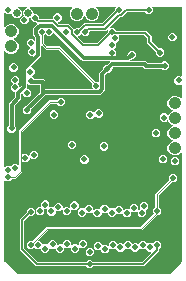
<source format=gbr>
G04 EAGLE Gerber RS-274X export*
G75*
%MOMM*%
%FSLAX34Y34*%
%LPD*%
%INCopper Layer 15*%
%IPPOS*%
%AMOC8*
5,1,8,0,0,1.08239X$1,22.5*%
G01*
%ADD10C,1.050000*%
%ADD11C,0.650000*%
%ADD12C,0.500000*%
%ADD13C,0.150000*%
%ADD14C,0.101600*%
%ADD15C,0.300000*%
%ADD16C,0.100000*%
%ADD17C,0.200000*%

G36*
X154446Y5264D02*
X154446Y5264D01*
X154454Y5263D01*
X154544Y5284D01*
X154635Y5302D01*
X154641Y5307D01*
X154649Y5309D01*
X154797Y5411D01*
X164589Y15203D01*
X164593Y15209D01*
X164599Y15214D01*
X164648Y15293D01*
X164700Y15370D01*
X164701Y15378D01*
X164705Y15384D01*
X164737Y15562D01*
X164737Y107823D01*
X164737Y107825D01*
X164737Y107828D01*
X164717Y107923D01*
X164698Y108019D01*
X164696Y108021D01*
X164696Y108024D01*
X164640Y108105D01*
X164585Y108185D01*
X164583Y108187D01*
X164581Y108189D01*
X164498Y108242D01*
X164417Y108294D01*
X164414Y108295D01*
X164412Y108296D01*
X164316Y108313D01*
X164220Y108330D01*
X164217Y108329D01*
X164215Y108330D01*
X164120Y108308D01*
X164024Y108286D01*
X164022Y108285D01*
X164019Y108284D01*
X163871Y108181D01*
X162541Y106851D01*
X162112Y106673D01*
X160887Y106166D01*
X160243Y105899D01*
X157757Y105899D01*
X155459Y106851D01*
X153701Y108609D01*
X152749Y110907D01*
X152749Y113393D01*
X153701Y115691D01*
X155459Y117449D01*
X156865Y118031D01*
X156867Y118033D01*
X156870Y118033D01*
X156950Y118088D01*
X157031Y118143D01*
X157033Y118145D01*
X157035Y118147D01*
X157088Y118229D01*
X157141Y118311D01*
X157142Y118313D01*
X157143Y118315D01*
X157160Y118411D01*
X157178Y118508D01*
X157177Y118510D01*
X157178Y118513D01*
X157156Y118609D01*
X157135Y118704D01*
X157134Y118706D01*
X157133Y118708D01*
X157076Y118789D01*
X157020Y118868D01*
X157018Y118869D01*
X157017Y118871D01*
X156865Y118969D01*
X155459Y119551D01*
X153701Y121309D01*
X152749Y123607D01*
X152749Y126093D01*
X153701Y128391D01*
X155459Y130149D01*
X156531Y130593D01*
X156865Y130731D01*
X156867Y130733D01*
X156870Y130733D01*
X156950Y130789D01*
X157031Y130843D01*
X157033Y130845D01*
X157035Y130847D01*
X157088Y130929D01*
X157141Y131011D01*
X157142Y131013D01*
X157143Y131015D01*
X157160Y131112D01*
X157178Y131208D01*
X157177Y131210D01*
X157178Y131213D01*
X157156Y131309D01*
X157135Y131404D01*
X157134Y131406D01*
X157133Y131408D01*
X157076Y131488D01*
X157020Y131568D01*
X157018Y131569D01*
X157017Y131571D01*
X156865Y131669D01*
X155459Y132251D01*
X153701Y134009D01*
X153189Y135246D01*
X153186Y135249D01*
X153186Y135253D01*
X153130Y135333D01*
X153077Y135412D01*
X153074Y135415D01*
X153071Y135418D01*
X152990Y135470D01*
X152909Y135522D01*
X152905Y135523D01*
X152902Y135525D01*
X152807Y135541D01*
X152712Y135559D01*
X152708Y135558D01*
X152704Y135559D01*
X152611Y135537D01*
X152516Y135516D01*
X152513Y135514D01*
X152509Y135513D01*
X152361Y135411D01*
X151450Y134499D01*
X148550Y134499D01*
X146499Y136550D01*
X146499Y139450D01*
X148550Y141501D01*
X151450Y141501D01*
X152625Y140326D01*
X152628Y140324D01*
X152630Y140320D01*
X152711Y140269D01*
X152792Y140215D01*
X152796Y140214D01*
X152799Y140212D01*
X152894Y140195D01*
X152989Y140177D01*
X152993Y140178D01*
X152996Y140177D01*
X153091Y140199D01*
X153185Y140219D01*
X153188Y140221D01*
X153192Y140222D01*
X153270Y140278D01*
X153349Y140333D01*
X153352Y140337D01*
X153355Y140339D01*
X153452Y140490D01*
X153701Y141091D01*
X155459Y142849D01*
X156486Y143274D01*
X156865Y143431D01*
X156867Y143433D01*
X156870Y143433D01*
X156950Y143488D01*
X157031Y143543D01*
X157033Y143545D01*
X157035Y143547D01*
X157088Y143629D01*
X157141Y143711D01*
X157142Y143713D01*
X157143Y143715D01*
X157160Y143812D01*
X157178Y143908D01*
X157177Y143910D01*
X157178Y143913D01*
X157156Y144009D01*
X157135Y144104D01*
X157134Y144106D01*
X157133Y144108D01*
X157076Y144189D01*
X157020Y144268D01*
X157018Y144269D01*
X157017Y144271D01*
X156865Y144369D01*
X155459Y144951D01*
X153701Y146709D01*
X152749Y149007D01*
X152749Y151493D01*
X153701Y153791D01*
X155459Y155549D01*
X156440Y155956D01*
X156441Y155956D01*
X157665Y156463D01*
X157757Y156501D01*
X160243Y156501D01*
X162541Y155549D01*
X163871Y154219D01*
X163874Y154217D01*
X163875Y154215D01*
X163955Y154163D01*
X164038Y154108D01*
X164041Y154107D01*
X164043Y154106D01*
X164139Y154088D01*
X164235Y154070D01*
X164238Y154071D01*
X164240Y154070D01*
X164337Y154092D01*
X164431Y154112D01*
X164433Y154113D01*
X164436Y154114D01*
X164516Y154170D01*
X164596Y154226D01*
X164597Y154228D01*
X164599Y154230D01*
X164652Y154314D01*
X164703Y154395D01*
X164704Y154398D01*
X164705Y154400D01*
X164737Y154577D01*
X164737Y165728D01*
X164737Y165730D01*
X164737Y165733D01*
X164717Y165829D01*
X164698Y165924D01*
X164696Y165927D01*
X164696Y165929D01*
X164640Y166010D01*
X164585Y166090D01*
X164583Y166092D01*
X164581Y166094D01*
X164498Y166147D01*
X164417Y166199D01*
X164414Y166200D01*
X164412Y166201D01*
X164316Y166218D01*
X164220Y166235D01*
X164217Y166234D01*
X164215Y166235D01*
X164122Y166213D01*
X164024Y166191D01*
X164022Y166190D01*
X164019Y166189D01*
X163871Y166087D01*
X163670Y165886D01*
X160770Y165886D01*
X158720Y167936D01*
X158720Y170836D01*
X160770Y172887D01*
X163670Y172887D01*
X163871Y172686D01*
X163874Y172685D01*
X163875Y172682D01*
X163956Y172630D01*
X164038Y172575D01*
X164041Y172575D01*
X164043Y172573D01*
X164139Y172556D01*
X164235Y172538D01*
X164238Y172538D01*
X164240Y172538D01*
X164337Y172559D01*
X164431Y172579D01*
X164433Y172581D01*
X164436Y172581D01*
X164517Y172639D01*
X164596Y172693D01*
X164597Y172696D01*
X164599Y172697D01*
X164652Y172781D01*
X164703Y172863D01*
X164704Y172865D01*
X164705Y172867D01*
X164737Y173045D01*
X164737Y231230D01*
X164736Y231235D01*
X164737Y231240D01*
X164716Y231333D01*
X164698Y231427D01*
X164695Y231431D01*
X164694Y231436D01*
X164638Y231514D01*
X164585Y231592D01*
X164581Y231595D01*
X164578Y231599D01*
X164496Y231650D01*
X164417Y231702D01*
X164412Y231702D01*
X164407Y231705D01*
X164230Y231737D01*
X140176Y231737D01*
X140174Y231737D01*
X140171Y231737D01*
X140076Y231717D01*
X139980Y231698D01*
X139977Y231696D01*
X139975Y231696D01*
X139894Y231640D01*
X139814Y231585D01*
X139812Y231583D01*
X139810Y231581D01*
X139756Y231496D01*
X139705Y231417D01*
X139704Y231414D01*
X139703Y231412D01*
X139686Y231316D01*
X139669Y231220D01*
X139670Y231217D01*
X139669Y231215D01*
X139691Y231120D01*
X139713Y231024D01*
X139714Y231022D01*
X139715Y231019D01*
X139817Y230871D01*
X140251Y230438D01*
X140251Y227538D01*
X138200Y225487D01*
X135300Y225487D01*
X133699Y227089D01*
X133692Y227093D01*
X133687Y227099D01*
X133609Y227148D01*
X133532Y227200D01*
X133524Y227201D01*
X133517Y227205D01*
X133340Y227237D01*
X118946Y227237D01*
X118938Y227236D01*
X118930Y227237D01*
X118840Y227216D01*
X118749Y227198D01*
X118743Y227193D01*
X118735Y227191D01*
X118587Y227089D01*
X114486Y222987D01*
X112721Y222987D01*
X112713Y222986D01*
X112705Y222987D01*
X112616Y222966D01*
X112524Y222948D01*
X112518Y222943D01*
X112510Y222941D01*
X112362Y222839D01*
X104418Y214895D01*
X104417Y214893D01*
X104415Y214891D01*
X104362Y214810D01*
X104307Y214728D01*
X104307Y214725D01*
X104305Y214723D01*
X104288Y214627D01*
X104270Y214531D01*
X104270Y214528D01*
X104270Y214526D01*
X104291Y214429D01*
X104311Y214335D01*
X104313Y214333D01*
X104313Y214330D01*
X104371Y214250D01*
X104426Y214170D01*
X104428Y214169D01*
X104429Y214167D01*
X104512Y214115D01*
X104595Y214063D01*
X104597Y214062D01*
X104600Y214061D01*
X104777Y214029D01*
X107200Y214029D01*
X109256Y211973D01*
X109272Y211905D01*
X109290Y211811D01*
X109293Y211807D01*
X109294Y211802D01*
X109350Y211724D01*
X109403Y211646D01*
X109407Y211643D01*
X109410Y211639D01*
X109492Y211588D01*
X109571Y211536D01*
X109576Y211536D01*
X109581Y211533D01*
X109758Y211501D01*
X134693Y211501D01*
X139501Y206693D01*
X139501Y203039D01*
X139502Y203031D01*
X139501Y203023D01*
X139522Y202934D01*
X139540Y202842D01*
X139545Y202836D01*
X139547Y202828D01*
X139649Y202680D01*
X145680Y196649D01*
X145687Y196645D01*
X145691Y196639D01*
X145770Y196590D01*
X145847Y196538D01*
X145855Y196537D01*
X145862Y196533D01*
X146039Y196501D01*
X147950Y196501D01*
X150001Y194450D01*
X150001Y191550D01*
X147950Y189499D01*
X145050Y189499D01*
X142999Y191550D01*
X142999Y193461D01*
X142999Y193462D01*
X142999Y193463D01*
X142998Y193469D01*
X142999Y193477D01*
X142978Y193566D01*
X142960Y193658D01*
X142955Y193664D01*
X142953Y193672D01*
X142851Y193820D01*
X135499Y201171D01*
X135499Y204825D01*
X135498Y204833D01*
X135499Y204841D01*
X135478Y204930D01*
X135460Y205022D01*
X135455Y205028D01*
X135453Y205036D01*
X135351Y205184D01*
X133184Y207351D01*
X133177Y207355D01*
X133173Y207361D01*
X133094Y207410D01*
X133017Y207462D01*
X133009Y207463D01*
X133002Y207467D01*
X132825Y207499D01*
X112176Y207499D01*
X112174Y207499D01*
X112171Y207499D01*
X112075Y207479D01*
X111980Y207460D01*
X111977Y207458D01*
X111975Y207458D01*
X111894Y207402D01*
X111814Y207347D01*
X111812Y207345D01*
X111810Y207343D01*
X111757Y207260D01*
X111705Y207179D01*
X111704Y207176D01*
X111703Y207174D01*
X111686Y207078D01*
X111669Y206982D01*
X111670Y206979D01*
X111669Y206977D01*
X111691Y206884D01*
X111713Y206786D01*
X111714Y206784D01*
X111715Y206781D01*
X111817Y206633D01*
X112001Y206450D01*
X112001Y203550D01*
X109950Y201499D01*
X109676Y201499D01*
X109674Y201499D01*
X109671Y201499D01*
X109575Y201479D01*
X109480Y201460D01*
X109477Y201458D01*
X109475Y201458D01*
X109394Y201402D01*
X109314Y201347D01*
X109312Y201345D01*
X109310Y201343D01*
X109257Y201260D01*
X109205Y201179D01*
X109204Y201176D01*
X109203Y201174D01*
X109186Y201078D01*
X109169Y200982D01*
X109170Y200979D01*
X109169Y200977D01*
X109191Y200884D01*
X109213Y200786D01*
X109214Y200784D01*
X109215Y200781D01*
X109317Y200633D01*
X109501Y200450D01*
X109501Y197550D01*
X108059Y196109D01*
X108057Y196104D01*
X108052Y196101D01*
X108001Y196021D01*
X107949Y195942D01*
X107948Y195937D01*
X107945Y195932D01*
X107929Y195838D01*
X107911Y195745D01*
X107912Y195740D01*
X107911Y195735D01*
X107933Y195642D01*
X107953Y195549D01*
X107956Y195544D01*
X107957Y195539D01*
X108059Y195391D01*
X109001Y194450D01*
X109001Y191550D01*
X108817Y191367D01*
X108816Y191364D01*
X108814Y191363D01*
X108761Y191282D01*
X108706Y191200D01*
X108706Y191197D01*
X108705Y191195D01*
X108687Y191099D01*
X108669Y191003D01*
X108669Y191000D01*
X108669Y190998D01*
X108691Y190901D01*
X108710Y190807D01*
X108712Y190805D01*
X108713Y190802D01*
X108770Y190721D01*
X108825Y190642D01*
X108827Y190641D01*
X108829Y190639D01*
X108913Y190586D01*
X108994Y190535D01*
X108997Y190534D01*
X108999Y190533D01*
X109176Y190501D01*
X118052Y190501D01*
X118060Y190502D01*
X118068Y190501D01*
X118157Y190522D01*
X118249Y190540D01*
X118255Y190545D01*
X118263Y190547D01*
X118411Y190649D01*
X118851Y191089D01*
X118855Y191096D01*
X118861Y191100D01*
X118910Y191179D01*
X118962Y191256D01*
X118963Y191264D01*
X118967Y191271D01*
X118999Y191448D01*
X118999Y192652D01*
X121050Y194703D01*
X123950Y194703D01*
X126001Y192652D01*
X126001Y189752D01*
X123950Y187701D01*
X122746Y187701D01*
X122738Y187700D01*
X122730Y187701D01*
X122641Y187680D01*
X122549Y187662D01*
X122543Y187657D01*
X122535Y187655D01*
X122387Y187553D01*
X121947Y187113D01*
X121153Y186319D01*
X121152Y186316D01*
X121150Y186315D01*
X121098Y186235D01*
X121042Y186152D01*
X121042Y186149D01*
X121040Y186147D01*
X121023Y186051D01*
X121005Y185955D01*
X121005Y185952D01*
X121005Y185950D01*
X121026Y185853D01*
X121046Y185759D01*
X121048Y185756D01*
X121048Y185754D01*
X121105Y185674D01*
X121161Y185594D01*
X121163Y185593D01*
X121164Y185590D01*
X121247Y185539D01*
X121330Y185486D01*
X121332Y185486D01*
X121335Y185485D01*
X121512Y185453D01*
X134513Y185453D01*
X135316Y184649D01*
X135323Y184645D01*
X135327Y184639D01*
X135406Y184590D01*
X135483Y184538D01*
X135491Y184537D01*
X135498Y184533D01*
X135675Y184501D01*
X147840Y184501D01*
X147848Y184502D01*
X147855Y184501D01*
X147945Y184522D01*
X148036Y184540D01*
X148043Y184545D01*
X148051Y184547D01*
X148199Y184649D01*
X149050Y185501D01*
X151950Y185501D01*
X154001Y183450D01*
X154001Y180550D01*
X151950Y178499D01*
X149050Y178499D01*
X148199Y179351D01*
X148192Y179355D01*
X148187Y179361D01*
X148109Y179410D01*
X148032Y179462D01*
X148024Y179463D01*
X148017Y179467D01*
X147840Y179499D01*
X133393Y179499D01*
X132590Y180303D01*
X132583Y180307D01*
X132579Y180313D01*
X132500Y180362D01*
X132423Y180414D01*
X132415Y180415D01*
X132408Y180419D01*
X132231Y180451D01*
X107198Y180451D01*
X107190Y180450D01*
X107182Y180451D01*
X107093Y180430D01*
X107001Y180412D01*
X106995Y180407D01*
X106987Y180405D01*
X106839Y180303D01*
X105649Y179113D01*
X105645Y179106D01*
X105639Y179102D01*
X105590Y179023D01*
X105538Y178946D01*
X105537Y178938D01*
X105533Y178931D01*
X105501Y178754D01*
X105501Y177550D01*
X103450Y175499D01*
X102246Y175499D01*
X102238Y175498D01*
X102230Y175499D01*
X102141Y175478D01*
X102049Y175460D01*
X102043Y175455D01*
X102035Y175453D01*
X101887Y175351D01*
X100399Y173863D01*
X100395Y173856D01*
X100389Y173852D01*
X100340Y173773D01*
X100288Y173696D01*
X100287Y173688D01*
X100283Y173681D01*
X100251Y173504D01*
X100251Y160893D01*
X96357Y156999D01*
X49817Y156999D01*
X49809Y156998D01*
X49802Y156999D01*
X49712Y156978D01*
X49621Y156960D01*
X49614Y156955D01*
X49606Y156953D01*
X49458Y156851D01*
X37649Y145042D01*
X37645Y145035D01*
X37639Y145030D01*
X37590Y144952D01*
X37538Y144875D01*
X37537Y144867D01*
X37533Y144860D01*
X37501Y144683D01*
X37501Y143050D01*
X35450Y140999D01*
X32550Y140999D01*
X30499Y143050D01*
X30499Y145950D01*
X32550Y148001D01*
X33325Y148001D01*
X33333Y148002D01*
X33341Y148001D01*
X33431Y148022D01*
X33522Y148040D01*
X33528Y148045D01*
X33536Y148047D01*
X33684Y148149D01*
X44351Y158816D01*
X44355Y158823D01*
X44361Y158827D01*
X44410Y158906D01*
X44462Y158983D01*
X44463Y158991D01*
X44467Y158997D01*
X44499Y159175D01*
X44499Y164992D01*
X44498Y164997D01*
X44499Y165002D01*
X44478Y165095D01*
X44460Y165189D01*
X44457Y165193D01*
X44456Y165198D01*
X44400Y165276D01*
X44347Y165354D01*
X44343Y165357D01*
X44340Y165361D01*
X44258Y165412D01*
X44179Y165464D01*
X44174Y165464D01*
X44169Y165467D01*
X43992Y165499D01*
X37363Y165499D01*
X37363Y165500D01*
X37356Y165504D01*
X37352Y165511D01*
X37273Y165559D01*
X37196Y165611D01*
X37188Y165612D01*
X37181Y165616D01*
X37004Y165648D01*
X35800Y165648D01*
X35117Y166332D01*
X35114Y166333D01*
X35113Y166335D01*
X35033Y166387D01*
X34950Y166443D01*
X34947Y166443D01*
X34945Y166444D01*
X34849Y166462D01*
X34753Y166480D01*
X34750Y166480D01*
X34748Y166480D01*
X34651Y166459D01*
X34557Y166439D01*
X34555Y166437D01*
X34552Y166437D01*
X34472Y166380D01*
X34392Y166324D01*
X34391Y166322D01*
X34389Y166321D01*
X34337Y166237D01*
X34285Y166155D01*
X34284Y166153D01*
X34283Y166150D01*
X34251Y165973D01*
X34251Y162758D01*
X34252Y162753D01*
X34251Y162748D01*
X34272Y162655D01*
X34290Y162561D01*
X34293Y162557D01*
X34294Y162552D01*
X34350Y162474D01*
X34403Y162396D01*
X34407Y162393D01*
X34410Y162389D01*
X34492Y162338D01*
X34571Y162286D01*
X34576Y162286D01*
X34581Y162283D01*
X34758Y162251D01*
X35236Y162251D01*
X37286Y160200D01*
X37286Y157300D01*
X35236Y155249D01*
X32336Y155249D01*
X30285Y157300D01*
X30285Y157559D01*
X30284Y157562D01*
X30285Y157564D01*
X30265Y157659D01*
X30245Y157756D01*
X30244Y157758D01*
X30243Y157761D01*
X30188Y157840D01*
X30133Y157922D01*
X30130Y157923D01*
X30129Y157925D01*
X30045Y157978D01*
X29965Y158031D01*
X29962Y158031D01*
X29960Y158033D01*
X29864Y158049D01*
X29767Y158066D01*
X29765Y158066D01*
X29762Y158066D01*
X29669Y158045D01*
X29572Y158023D01*
X29569Y158021D01*
X29567Y158021D01*
X29419Y157918D01*
X29149Y157648D01*
X29145Y157642D01*
X29139Y157637D01*
X29089Y157558D01*
X29038Y157481D01*
X29037Y157474D01*
X29033Y157467D01*
X29001Y157290D01*
X29001Y153393D01*
X27387Y151780D01*
X23475Y147867D01*
X23470Y147860D01*
X23464Y147856D01*
X23415Y147777D01*
X23364Y147700D01*
X23362Y147692D01*
X23358Y147686D01*
X23326Y147508D01*
X23326Y131410D01*
X23328Y131402D01*
X23326Y131395D01*
X23347Y131305D01*
X23366Y131214D01*
X23370Y131207D01*
X23372Y131199D01*
X23475Y131051D01*
X24326Y130200D01*
X24326Y127300D01*
X22275Y125249D01*
X19375Y125249D01*
X17325Y127300D01*
X17325Y130200D01*
X18176Y131051D01*
X18180Y131058D01*
X18187Y131063D01*
X18236Y131141D01*
X18287Y131218D01*
X18288Y131226D01*
X18293Y131233D01*
X18325Y131410D01*
X18325Y149790D01*
X23851Y155316D01*
X23855Y155323D01*
X23861Y155327D01*
X23910Y155406D01*
X23962Y155483D01*
X23963Y155491D01*
X23967Y155497D01*
X23999Y155675D01*
X23999Y159492D01*
X23998Y159497D01*
X23999Y159502D01*
X23978Y159595D01*
X23960Y159689D01*
X23957Y159693D01*
X23956Y159698D01*
X23900Y159776D01*
X23847Y159854D01*
X23843Y159857D01*
X23840Y159861D01*
X23758Y159912D01*
X23679Y159964D01*
X23674Y159964D01*
X23669Y159967D01*
X23492Y159999D01*
X22421Y159999D01*
X20370Y162050D01*
X20370Y164950D01*
X21626Y166206D01*
X21629Y166210D01*
X21633Y166213D01*
X21684Y166294D01*
X21737Y166373D01*
X21738Y166378D01*
X21741Y166382D01*
X21757Y166476D01*
X21775Y166570D01*
X21773Y166575D01*
X21774Y166580D01*
X21753Y166673D01*
X21733Y166766D01*
X21730Y166770D01*
X21729Y166775D01*
X21626Y166923D01*
X20499Y168050D01*
X20499Y170950D01*
X22550Y173001D01*
X25450Y173001D01*
X27501Y170950D01*
X27501Y168050D01*
X26245Y166794D01*
X26242Y166790D01*
X26238Y166787D01*
X26187Y166707D01*
X26134Y166627D01*
X26133Y166622D01*
X26130Y166618D01*
X26114Y166524D01*
X26096Y166430D01*
X26097Y166425D01*
X26097Y166420D01*
X26118Y166327D01*
X26138Y166234D01*
X26141Y166230D01*
X26142Y166225D01*
X26245Y166077D01*
X27372Y164950D01*
X27372Y164168D01*
X27372Y164166D01*
X27372Y164163D01*
X27392Y164068D01*
X27411Y163972D01*
X27413Y163970D01*
X27413Y163967D01*
X27469Y163886D01*
X27524Y163806D01*
X27526Y163805D01*
X27528Y163802D01*
X27611Y163749D01*
X27692Y163697D01*
X27694Y163696D01*
X27697Y163695D01*
X27793Y163679D01*
X27889Y163661D01*
X27892Y163662D01*
X27894Y163661D01*
X27988Y163683D01*
X28085Y163705D01*
X28087Y163706D01*
X28090Y163707D01*
X28238Y163810D01*
X29101Y164673D01*
X29105Y164679D01*
X29111Y164684D01*
X29160Y164763D01*
X29212Y164840D01*
X29213Y164848D01*
X29217Y164854D01*
X29249Y165032D01*
X29249Y179938D01*
X38713Y189401D01*
X38714Y189404D01*
X38716Y189405D01*
X38769Y189486D01*
X38824Y189568D01*
X38824Y189571D01*
X38825Y189573D01*
X38843Y189669D01*
X38861Y189765D01*
X38861Y189768D01*
X38861Y189770D01*
X38840Y189867D01*
X38820Y189961D01*
X38818Y189963D01*
X38817Y189966D01*
X38761Y190046D01*
X38705Y190126D01*
X38703Y190127D01*
X38701Y190129D01*
X38619Y190181D01*
X38536Y190233D01*
X38533Y190234D01*
X38531Y190235D01*
X38354Y190267D01*
X37050Y190267D01*
X34999Y192318D01*
X34999Y195218D01*
X36415Y196633D01*
X36416Y196636D01*
X36418Y196637D01*
X36471Y196718D01*
X36526Y196800D01*
X36526Y196803D01*
X36527Y196805D01*
X36545Y196901D01*
X36563Y196997D01*
X36563Y197000D01*
X36563Y197002D01*
X36542Y197099D01*
X36522Y197193D01*
X36520Y197195D01*
X36519Y197198D01*
X36463Y197278D01*
X36407Y197358D01*
X36405Y197359D01*
X36403Y197361D01*
X36320Y197414D01*
X36238Y197465D01*
X36235Y197466D01*
X36233Y197467D01*
X36056Y197499D01*
X36050Y197499D01*
X33999Y199550D01*
X33999Y202450D01*
X36050Y204501D01*
X38950Y204501D01*
X40133Y203317D01*
X40136Y203316D01*
X40137Y203314D01*
X40217Y203262D01*
X40300Y203206D01*
X40303Y203206D01*
X40305Y203205D01*
X40401Y203187D01*
X40497Y203169D01*
X40500Y203169D01*
X40502Y203169D01*
X40599Y203190D01*
X40693Y203210D01*
X40695Y203212D01*
X40698Y203213D01*
X40778Y203269D01*
X40858Y203325D01*
X40859Y203327D01*
X40861Y203329D01*
X40912Y203411D01*
X40965Y203494D01*
X40966Y203497D01*
X40967Y203499D01*
X40999Y203676D01*
X40999Y205183D01*
X40998Y205191D01*
X40999Y205198D01*
X40978Y205288D01*
X40960Y205379D01*
X40955Y205386D01*
X40953Y205394D01*
X40851Y205542D01*
X40613Y205780D01*
X38999Y207393D01*
X38999Y213607D01*
X41885Y216493D01*
X42423Y217030D01*
X42426Y217035D01*
X42430Y217038D01*
X42481Y217118D01*
X42534Y217197D01*
X42535Y217203D01*
X42538Y217207D01*
X42553Y217301D01*
X42571Y217394D01*
X42570Y217399D01*
X42571Y217405D01*
X42549Y217497D01*
X42530Y217590D01*
X42527Y217595D01*
X42526Y217600D01*
X42423Y217748D01*
X41320Y218851D01*
X41313Y218855D01*
X41309Y218861D01*
X41230Y218910D01*
X41153Y218962D01*
X41145Y218963D01*
X41138Y218967D01*
X40961Y218999D01*
X39050Y218999D01*
X36999Y221050D01*
X36999Y221742D01*
X36998Y221747D01*
X36999Y221752D01*
X36978Y221845D01*
X36960Y221939D01*
X36957Y221943D01*
X36956Y221948D01*
X36900Y222026D01*
X36847Y222104D01*
X36843Y222107D01*
X36840Y222111D01*
X36758Y222162D01*
X36679Y222214D01*
X36674Y222214D01*
X36669Y222217D01*
X36492Y222249D01*
X35710Y222249D01*
X35705Y222248D01*
X35700Y222249D01*
X35606Y222228D01*
X35513Y222210D01*
X35509Y222207D01*
X35504Y222206D01*
X35426Y222150D01*
X35348Y222097D01*
X35345Y222093D01*
X35340Y222090D01*
X35290Y222008D01*
X35238Y221929D01*
X35237Y221924D01*
X35235Y221919D01*
X35203Y221742D01*
X35203Y218848D01*
X33152Y216797D01*
X30252Y216797D01*
X28201Y218848D01*
X28201Y221748D01*
X30252Y223799D01*
X30465Y223799D01*
X30468Y223799D01*
X30470Y223799D01*
X30564Y223819D01*
X30662Y223838D01*
X30664Y223840D01*
X30666Y223840D01*
X30746Y223896D01*
X30827Y223951D01*
X30829Y223953D01*
X30831Y223955D01*
X30884Y224038D01*
X30937Y224119D01*
X30937Y224122D01*
X30939Y224124D01*
X30955Y224220D01*
X30972Y224316D01*
X30972Y224319D01*
X30972Y224322D01*
X30950Y224415D01*
X30929Y224512D01*
X30927Y224514D01*
X30927Y224517D01*
X30824Y224665D01*
X30749Y224739D01*
X30749Y228261D01*
X33360Y230871D01*
X33361Y230874D01*
X33364Y230875D01*
X33416Y230956D01*
X33471Y231038D01*
X33471Y231041D01*
X33473Y231043D01*
X33490Y231139D01*
X33508Y231235D01*
X33508Y231238D01*
X33508Y231240D01*
X33487Y231337D01*
X33467Y231431D01*
X33465Y231433D01*
X33465Y231436D01*
X33408Y231516D01*
X33353Y231596D01*
X33350Y231597D01*
X33349Y231599D01*
X33266Y231651D01*
X33183Y231703D01*
X33181Y231704D01*
X33179Y231705D01*
X33001Y231737D01*
X26999Y231737D01*
X26996Y231737D01*
X26994Y231737D01*
X26899Y231717D01*
X26802Y231698D01*
X26800Y231696D01*
X26798Y231696D01*
X26717Y231640D01*
X26636Y231585D01*
X26635Y231583D01*
X26633Y231581D01*
X26579Y231496D01*
X26527Y231417D01*
X26527Y231414D01*
X26525Y231412D01*
X26509Y231316D01*
X26492Y231220D01*
X26492Y231217D01*
X26492Y231215D01*
X26514Y231120D01*
X26535Y231024D01*
X26537Y231022D01*
X26537Y231019D01*
X26640Y230871D01*
X29251Y228261D01*
X29251Y224739D01*
X26761Y222249D01*
X23239Y222249D01*
X20749Y224739D01*
X20749Y225562D01*
X20749Y225564D01*
X20749Y225567D01*
X20729Y225662D01*
X20710Y225758D01*
X20708Y225761D01*
X20708Y225763D01*
X20652Y225844D01*
X20597Y225924D01*
X20595Y225926D01*
X20593Y225928D01*
X20510Y225981D01*
X20429Y226033D01*
X20426Y226034D01*
X20424Y226035D01*
X20328Y226052D01*
X20232Y226069D01*
X20229Y226068D01*
X20227Y226069D01*
X20132Y226047D01*
X20036Y226025D01*
X20034Y226024D01*
X20031Y226023D01*
X19883Y225921D01*
X19462Y225499D01*
X16562Y225499D01*
X15629Y226433D01*
X15626Y226434D01*
X15625Y226436D01*
X15545Y226488D01*
X15462Y226544D01*
X15459Y226544D01*
X15457Y226545D01*
X15361Y226563D01*
X15265Y226581D01*
X15262Y226581D01*
X15260Y226581D01*
X15163Y226560D01*
X15069Y226540D01*
X15067Y226538D01*
X15064Y226537D01*
X14984Y226481D01*
X14904Y226425D01*
X14903Y226423D01*
X14901Y226421D01*
X14849Y226338D01*
X14797Y226256D01*
X14796Y226253D01*
X14795Y226251D01*
X14763Y226074D01*
X14763Y215177D01*
X14763Y215175D01*
X14763Y215172D01*
X14783Y215077D01*
X14802Y214981D01*
X14804Y214979D01*
X14804Y214976D01*
X14860Y214895D01*
X14915Y214815D01*
X14917Y214813D01*
X14919Y214811D01*
X15002Y214758D01*
X15083Y214706D01*
X15086Y214705D01*
X15088Y214704D01*
X15184Y214687D01*
X15280Y214670D01*
X15283Y214671D01*
X15285Y214670D01*
X15380Y214692D01*
X15476Y214714D01*
X15478Y214715D01*
X15481Y214716D01*
X15629Y214819D01*
X16959Y216149D01*
X17368Y216318D01*
X18592Y216826D01*
X19257Y217101D01*
X21743Y217101D01*
X24041Y216149D01*
X25799Y214391D01*
X26751Y212093D01*
X26751Y209607D01*
X25799Y207309D01*
X24041Y205551D01*
X22635Y204969D01*
X22633Y204967D01*
X22630Y204967D01*
X22550Y204912D01*
X22469Y204857D01*
X22467Y204855D01*
X22465Y204853D01*
X22412Y204771D01*
X22359Y204689D01*
X22358Y204687D01*
X22357Y204685D01*
X22340Y204588D01*
X22322Y204492D01*
X22323Y204490D01*
X22322Y204487D01*
X22344Y204391D01*
X22365Y204296D01*
X22366Y204294D01*
X22367Y204292D01*
X22424Y204211D01*
X22480Y204132D01*
X22482Y204131D01*
X22483Y204129D01*
X22635Y204031D01*
X24041Y203449D01*
X25799Y201691D01*
X26751Y199393D01*
X26751Y196907D01*
X25799Y194609D01*
X24041Y192851D01*
X22948Y192398D01*
X21743Y191899D01*
X19257Y191899D01*
X16959Y192851D01*
X15629Y194181D01*
X15626Y194183D01*
X15625Y194185D01*
X15545Y194237D01*
X15462Y194292D01*
X15459Y194293D01*
X15457Y194294D01*
X15361Y194312D01*
X15265Y194330D01*
X15262Y194329D01*
X15260Y194330D01*
X15163Y194308D01*
X15069Y194288D01*
X15067Y194287D01*
X15064Y194286D01*
X14984Y194230D01*
X14904Y194174D01*
X14903Y194172D01*
X14901Y194170D01*
X14848Y194086D01*
X14797Y194005D01*
X14796Y194002D01*
X14795Y194000D01*
X14763Y193823D01*
X14763Y96438D01*
X14763Y96436D01*
X14763Y96433D01*
X14783Y96338D01*
X14802Y96242D01*
X14804Y96239D01*
X14804Y96237D01*
X14860Y96156D01*
X14915Y96076D01*
X14917Y96074D01*
X14919Y96072D01*
X15002Y96019D01*
X15083Y95967D01*
X15086Y95966D01*
X15088Y95965D01*
X15184Y95948D01*
X15280Y95931D01*
X15283Y95932D01*
X15285Y95931D01*
X15380Y95953D01*
X15476Y95975D01*
X15478Y95976D01*
X15481Y95977D01*
X15629Y96079D01*
X16550Y97001D01*
X19450Y97001D01*
X19891Y96559D01*
X19896Y96557D01*
X19899Y96552D01*
X19979Y96501D01*
X20058Y96449D01*
X20063Y96448D01*
X20068Y96445D01*
X20162Y96429D01*
X20255Y96411D01*
X20260Y96412D01*
X20265Y96411D01*
X20358Y96433D01*
X20451Y96453D01*
X20455Y96455D01*
X20461Y96457D01*
X20609Y96559D01*
X22550Y98501D01*
X25450Y98501D01*
X26133Y97817D01*
X26136Y97816D01*
X26137Y97814D01*
X26217Y97762D01*
X26300Y97706D01*
X26303Y97706D01*
X26305Y97705D01*
X26401Y97687D01*
X26497Y97669D01*
X26500Y97669D01*
X26502Y97669D01*
X26599Y97690D01*
X26693Y97710D01*
X26695Y97712D01*
X26698Y97713D01*
X26778Y97769D01*
X26858Y97825D01*
X26859Y97827D01*
X26861Y97829D01*
X26913Y97912D01*
X26965Y97994D01*
X26966Y97997D01*
X26967Y97999D01*
X26999Y98176D01*
X26999Y127122D01*
X52628Y152751D01*
X58590Y152751D01*
X58598Y152752D01*
X58605Y152751D01*
X58695Y152772D01*
X58786Y152790D01*
X58793Y152795D01*
X58801Y152797D01*
X58949Y152899D01*
X60800Y154751D01*
X63700Y154751D01*
X65751Y152700D01*
X65751Y149800D01*
X63700Y147749D01*
X60800Y147749D01*
X58949Y149601D01*
X58942Y149605D01*
X58937Y149611D01*
X58859Y149660D01*
X58782Y149712D01*
X58774Y149713D01*
X58767Y149717D01*
X58590Y149749D01*
X54082Y149749D01*
X54074Y149748D01*
X54066Y149749D01*
X53976Y149728D01*
X53885Y149710D01*
X53879Y149705D01*
X53871Y149703D01*
X53723Y149601D01*
X30149Y126027D01*
X30145Y126020D01*
X30139Y126016D01*
X30090Y125937D01*
X30038Y125860D01*
X30037Y125852D01*
X30033Y125846D01*
X30001Y125668D01*
X30001Y107176D01*
X30001Y107174D01*
X30001Y107171D01*
X30021Y107075D01*
X30040Y106980D01*
X30042Y106977D01*
X30042Y106975D01*
X30098Y106894D01*
X30153Y106814D01*
X30155Y106812D01*
X30157Y106810D01*
X30240Y106757D01*
X30321Y106705D01*
X30324Y106704D01*
X30326Y106703D01*
X30422Y106686D01*
X30518Y106669D01*
X30521Y106670D01*
X30523Y106669D01*
X30616Y106691D01*
X30714Y106713D01*
X30716Y106714D01*
X30719Y106715D01*
X30867Y106817D01*
X31050Y107001D01*
X33950Y107001D01*
X35133Y105817D01*
X35136Y105816D01*
X35137Y105814D01*
X35218Y105761D01*
X35300Y105706D01*
X35303Y105706D01*
X35305Y105705D01*
X35401Y105687D01*
X35497Y105669D01*
X35500Y105669D01*
X35502Y105669D01*
X35599Y105690D01*
X35693Y105710D01*
X35695Y105712D01*
X35698Y105713D01*
X35778Y105769D01*
X35858Y105825D01*
X35859Y105827D01*
X35861Y105829D01*
X35914Y105912D01*
X35965Y105994D01*
X35966Y105997D01*
X35967Y105999D01*
X35999Y106176D01*
X35999Y107600D01*
X38050Y109651D01*
X40950Y109651D01*
X43001Y107600D01*
X43001Y104700D01*
X40950Y102649D01*
X38050Y102649D01*
X36867Y103833D01*
X36864Y103834D01*
X36863Y103836D01*
X36783Y103888D01*
X36700Y103944D01*
X36697Y103944D01*
X36695Y103945D01*
X36599Y103963D01*
X36503Y103981D01*
X36500Y103981D01*
X36498Y103981D01*
X36401Y103960D01*
X36307Y103940D01*
X36305Y103938D01*
X36302Y103937D01*
X36222Y103881D01*
X36142Y103825D01*
X36141Y103823D01*
X36139Y103821D01*
X36086Y103738D01*
X36035Y103656D01*
X36034Y103653D01*
X36033Y103651D01*
X36001Y103474D01*
X36001Y102050D01*
X33950Y99999D01*
X31050Y99999D01*
X30867Y100183D01*
X30864Y100184D01*
X30863Y100186D01*
X30782Y100239D01*
X30700Y100294D01*
X30697Y100294D01*
X30695Y100295D01*
X30599Y100313D01*
X30503Y100331D01*
X30500Y100331D01*
X30498Y100331D01*
X30401Y100309D01*
X30307Y100290D01*
X30305Y100288D01*
X30302Y100287D01*
X30221Y100230D01*
X30142Y100175D01*
X30141Y100173D01*
X30139Y100171D01*
X30086Y100087D01*
X30035Y100006D01*
X30034Y100003D01*
X30033Y100001D01*
X30001Y99824D01*
X30001Y91722D01*
X24278Y85999D01*
X21357Y85999D01*
X21349Y85998D01*
X21341Y85999D01*
X21252Y85978D01*
X21160Y85960D01*
X21154Y85955D01*
X21146Y85953D01*
X20998Y85851D01*
X19147Y83999D01*
X16247Y83999D01*
X15629Y84617D01*
X15626Y84619D01*
X15625Y84621D01*
X15545Y84673D01*
X15462Y84728D01*
X15459Y84729D01*
X15457Y84730D01*
X15361Y84747D01*
X15265Y84766D01*
X15262Y84765D01*
X15260Y84766D01*
X15163Y84744D01*
X15069Y84724D01*
X15067Y84723D01*
X15064Y84722D01*
X14984Y84666D01*
X14904Y84610D01*
X14903Y84608D01*
X14901Y84606D01*
X14849Y84523D01*
X14797Y84441D01*
X14796Y84438D01*
X14795Y84436D01*
X14763Y84259D01*
X14763Y15693D01*
X14767Y15670D01*
X14765Y15648D01*
X14787Y15573D01*
X14802Y15496D01*
X14815Y15477D01*
X14822Y15456D01*
X14884Y15376D01*
X14915Y15331D01*
X14925Y15324D01*
X14933Y15314D01*
X26096Y5391D01*
X26177Y5344D01*
X26256Y5295D01*
X26264Y5293D01*
X26270Y5290D01*
X26317Y5284D01*
X26433Y5263D01*
X154438Y5263D01*
X154446Y5264D01*
G37*
G36*
X89076Y162001D02*
X89076Y162001D01*
X89079Y162001D01*
X89174Y162021D01*
X89270Y162040D01*
X89273Y162042D01*
X89275Y162042D01*
X89356Y162098D01*
X89436Y162153D01*
X89438Y162155D01*
X89440Y162157D01*
X89493Y162240D01*
X89545Y162321D01*
X89546Y162324D01*
X89547Y162326D01*
X89564Y162422D01*
X89581Y162518D01*
X89580Y162521D01*
X89581Y162523D01*
X89559Y162618D01*
X89537Y162714D01*
X89536Y162716D01*
X89535Y162719D01*
X89433Y162867D01*
X88749Y163550D01*
X88749Y166522D01*
X88748Y166530D01*
X88749Y166537D01*
X88728Y166627D01*
X88710Y166718D01*
X88705Y166725D01*
X88703Y166733D01*
X88601Y166881D01*
X60131Y195351D01*
X60124Y195355D01*
X60119Y195361D01*
X60041Y195410D01*
X59964Y195462D01*
X59956Y195463D01*
X59949Y195467D01*
X59772Y195499D01*
X49722Y195499D01*
X48694Y196527D01*
X46867Y198354D01*
X46864Y198356D01*
X46863Y198358D01*
X46782Y198410D01*
X46700Y198465D01*
X46697Y198466D01*
X46695Y198467D01*
X46599Y198484D01*
X46503Y198503D01*
X46500Y198502D01*
X46498Y198503D01*
X46401Y198481D01*
X46307Y198461D01*
X46305Y198460D01*
X46302Y198459D01*
X46222Y198402D01*
X46142Y198347D01*
X46141Y198345D01*
X46139Y198343D01*
X46087Y198260D01*
X46035Y198178D01*
X46034Y198175D01*
X46033Y198173D01*
X46001Y197995D01*
X46001Y189616D01*
X44387Y188003D01*
X37582Y181198D01*
X37581Y181196D01*
X37578Y181194D01*
X37526Y181113D01*
X37471Y181031D01*
X37471Y181028D01*
X37469Y181026D01*
X37452Y180930D01*
X37434Y180834D01*
X37434Y180831D01*
X37434Y180829D01*
X37455Y180732D01*
X37475Y180638D01*
X37477Y180636D01*
X37477Y180633D01*
X37534Y180553D01*
X37589Y180473D01*
X37592Y180472D01*
X37593Y180470D01*
X37676Y180418D01*
X37759Y180366D01*
X37761Y180365D01*
X37763Y180364D01*
X37941Y180332D01*
X38200Y180332D01*
X40251Y178281D01*
X40251Y175381D01*
X38385Y173516D01*
X38384Y173514D01*
X38382Y173512D01*
X38329Y173431D01*
X38274Y173349D01*
X38274Y173346D01*
X38273Y173344D01*
X38255Y173248D01*
X38237Y173152D01*
X38237Y173149D01*
X38237Y173147D01*
X38258Y173050D01*
X38278Y172956D01*
X38280Y172954D01*
X38281Y172951D01*
X38337Y172871D01*
X38393Y172791D01*
X38395Y172790D01*
X38397Y172788D01*
X38479Y172736D01*
X38562Y172684D01*
X38565Y172683D01*
X38567Y172682D01*
X38690Y172660D01*
X40701Y170649D01*
X40707Y170645D01*
X40712Y170639D01*
X40790Y170590D01*
X40868Y170538D01*
X40875Y170537D01*
X40882Y170533D01*
X41059Y170501D01*
X48036Y170501D01*
X49501Y169036D01*
X49501Y162508D01*
X49502Y162504D01*
X49501Y162500D01*
X49501Y162499D01*
X49501Y162498D01*
X49522Y162405D01*
X49540Y162311D01*
X49543Y162307D01*
X49544Y162302D01*
X49600Y162224D01*
X49653Y162146D01*
X49657Y162143D01*
X49660Y162139D01*
X49742Y162088D01*
X49821Y162036D01*
X49826Y162036D01*
X49831Y162033D01*
X50008Y162001D01*
X89074Y162001D01*
X89076Y162001D01*
G37*
%LPC*%
G36*
X85550Y10499D02*
X85550Y10499D01*
X83949Y12101D01*
X83942Y12105D01*
X83937Y12111D01*
X83859Y12160D01*
X83782Y12212D01*
X83774Y12213D01*
X83767Y12217D01*
X83590Y12249D01*
X41764Y12249D01*
X27999Y26014D01*
X27999Y51986D01*
X33351Y57337D01*
X33355Y57344D01*
X33361Y57348D01*
X33410Y57427D01*
X33462Y57504D01*
X33463Y57512D01*
X33467Y57518D01*
X33499Y57696D01*
X33499Y59450D01*
X35550Y61501D01*
X38450Y61501D01*
X40501Y59450D01*
X40501Y56550D01*
X38450Y54499D01*
X35675Y54499D01*
X35667Y54498D01*
X35659Y54499D01*
X35570Y54478D01*
X35478Y54460D01*
X35472Y54455D01*
X35464Y54453D01*
X35316Y54351D01*
X31649Y50684D01*
X31645Y50677D01*
X31639Y50673D01*
X31590Y50594D01*
X31538Y50517D01*
X31537Y50509D01*
X31533Y50502D01*
X31501Y50325D01*
X31501Y27675D01*
X31502Y27667D01*
X31501Y27659D01*
X31522Y27570D01*
X31540Y27478D01*
X31545Y27472D01*
X31547Y27464D01*
X31649Y27316D01*
X43066Y15899D01*
X43073Y15895D01*
X43077Y15889D01*
X43156Y15840D01*
X43233Y15788D01*
X43241Y15787D01*
X43248Y15783D01*
X43425Y15751D01*
X83590Y15751D01*
X83598Y15752D01*
X83605Y15751D01*
X83695Y15772D01*
X83786Y15790D01*
X83793Y15795D01*
X83801Y15797D01*
X83949Y15899D01*
X85550Y17501D01*
X88450Y17501D01*
X90051Y15899D01*
X90058Y15895D01*
X90063Y15889D01*
X90141Y15840D01*
X90218Y15788D01*
X90226Y15787D01*
X90233Y15783D01*
X90410Y15751D01*
X131065Y15751D01*
X131072Y15752D01*
X131080Y15751D01*
X131170Y15772D01*
X131261Y15790D01*
X131268Y15795D01*
X131275Y15797D01*
X131423Y15899D01*
X139157Y23633D01*
X139159Y23636D01*
X139161Y23637D01*
X139214Y23718D01*
X139268Y23800D01*
X139269Y23803D01*
X139270Y23805D01*
X139288Y23901D01*
X139306Y23997D01*
X139305Y24000D01*
X139306Y24002D01*
X139284Y24099D01*
X139264Y24193D01*
X139263Y24195D01*
X139262Y24198D01*
X139206Y24278D01*
X139150Y24358D01*
X139148Y24359D01*
X139146Y24361D01*
X139064Y24413D01*
X138981Y24465D01*
X138978Y24466D01*
X138976Y24467D01*
X138799Y24499D01*
X136550Y24499D01*
X134359Y26691D01*
X134354Y26693D01*
X134351Y26698D01*
X134271Y26749D01*
X134192Y26801D01*
X134187Y26802D01*
X134182Y26805D01*
X134088Y26821D01*
X133995Y26839D01*
X133990Y26838D01*
X133984Y26839D01*
X133893Y26817D01*
X133799Y26797D01*
X133794Y26794D01*
X133789Y26793D01*
X133641Y26691D01*
X133450Y26499D01*
X130550Y26499D01*
X129867Y27183D01*
X129864Y27184D01*
X129863Y27186D01*
X129783Y27238D01*
X129700Y27294D01*
X129697Y27294D01*
X129695Y27295D01*
X129599Y27313D01*
X129503Y27331D01*
X129500Y27331D01*
X129498Y27331D01*
X129401Y27310D01*
X129307Y27290D01*
X129305Y27288D01*
X129302Y27287D01*
X129222Y27231D01*
X129142Y27175D01*
X129141Y27173D01*
X129139Y27171D01*
X129087Y27088D01*
X129035Y27006D01*
X129034Y27003D01*
X129033Y27001D01*
X129001Y26824D01*
X129001Y26550D01*
X126950Y24499D01*
X124050Y24499D01*
X121999Y26550D01*
X121999Y26824D01*
X121999Y26826D01*
X121999Y26829D01*
X121979Y26922D01*
X121960Y27020D01*
X121958Y27023D01*
X121958Y27025D01*
X121902Y27106D01*
X121847Y27186D01*
X121845Y27188D01*
X121843Y27190D01*
X121760Y27243D01*
X121679Y27295D01*
X121676Y27296D01*
X121674Y27297D01*
X121578Y27314D01*
X121482Y27331D01*
X121479Y27330D01*
X121477Y27331D01*
X121382Y27309D01*
X121286Y27287D01*
X121284Y27286D01*
X121281Y27285D01*
X121133Y27183D01*
X120450Y26499D01*
X117550Y26499D01*
X117359Y26691D01*
X117354Y26693D01*
X117351Y26698D01*
X117271Y26749D01*
X117192Y26801D01*
X117187Y26802D01*
X117182Y26805D01*
X117088Y26821D01*
X116995Y26839D01*
X116990Y26838D01*
X116984Y26839D01*
X116892Y26817D01*
X116799Y26797D01*
X116794Y26794D01*
X116789Y26793D01*
X116641Y26691D01*
X114450Y24499D01*
X111550Y24499D01*
X109499Y26550D01*
X109499Y26824D01*
X109499Y26826D01*
X109499Y26829D01*
X109479Y26922D01*
X109460Y27020D01*
X109458Y27023D01*
X109458Y27025D01*
X109402Y27106D01*
X109347Y27186D01*
X109345Y27188D01*
X109343Y27190D01*
X109260Y27243D01*
X109179Y27295D01*
X109176Y27296D01*
X109174Y27297D01*
X109078Y27314D01*
X108982Y27331D01*
X108979Y27330D01*
X108977Y27331D01*
X108882Y27309D01*
X108786Y27287D01*
X108784Y27286D01*
X108781Y27285D01*
X108633Y27183D01*
X107950Y26499D01*
X105050Y26499D01*
X104367Y27183D01*
X104364Y27184D01*
X104363Y27186D01*
X104283Y27238D01*
X104200Y27294D01*
X104197Y27294D01*
X104195Y27295D01*
X104099Y27313D01*
X104003Y27331D01*
X104000Y27331D01*
X103998Y27331D01*
X103901Y27310D01*
X103807Y27290D01*
X103805Y27288D01*
X103802Y27287D01*
X103722Y27231D01*
X103642Y27175D01*
X103641Y27173D01*
X103639Y27171D01*
X103587Y27088D01*
X103535Y27006D01*
X103534Y27003D01*
X103533Y27001D01*
X103501Y26824D01*
X103501Y25050D01*
X101450Y22999D01*
X98550Y22999D01*
X96499Y25050D01*
X96499Y25324D01*
X96499Y25326D01*
X96499Y25329D01*
X96479Y25425D01*
X96460Y25520D01*
X96458Y25523D01*
X96458Y25525D01*
X96402Y25606D01*
X96347Y25686D01*
X96345Y25688D01*
X96343Y25690D01*
X96260Y25743D01*
X96179Y25795D01*
X96176Y25796D01*
X96174Y25797D01*
X96078Y25814D01*
X95982Y25831D01*
X95979Y25830D01*
X95977Y25831D01*
X95884Y25809D01*
X95786Y25787D01*
X95784Y25786D01*
X95781Y25785D01*
X95633Y25683D01*
X95450Y25499D01*
X92550Y25499D01*
X90499Y27550D01*
X90499Y30450D01*
X92550Y32501D01*
X95450Y32501D01*
X97501Y30450D01*
X97501Y30176D01*
X97501Y30174D01*
X97501Y30171D01*
X97521Y30075D01*
X97540Y29980D01*
X97542Y29977D01*
X97542Y29975D01*
X97598Y29894D01*
X97653Y29814D01*
X97655Y29812D01*
X97657Y29810D01*
X97740Y29757D01*
X97821Y29705D01*
X97824Y29704D01*
X97826Y29703D01*
X97922Y29686D01*
X98018Y29669D01*
X98021Y29670D01*
X98023Y29669D01*
X98116Y29691D01*
X98214Y29713D01*
X98216Y29714D01*
X98219Y29715D01*
X98367Y29817D01*
X98550Y30001D01*
X101450Y30001D01*
X102133Y29317D01*
X102136Y29316D01*
X102137Y29314D01*
X102217Y29262D01*
X102300Y29206D01*
X102303Y29206D01*
X102305Y29205D01*
X102401Y29187D01*
X102497Y29169D01*
X102500Y29169D01*
X102502Y29169D01*
X102599Y29190D01*
X102693Y29210D01*
X102695Y29212D01*
X102698Y29213D01*
X102778Y29269D01*
X102858Y29325D01*
X102859Y29327D01*
X102861Y29329D01*
X102913Y29412D01*
X102965Y29494D01*
X102966Y29497D01*
X102967Y29499D01*
X102999Y29676D01*
X102999Y31450D01*
X105050Y33501D01*
X107950Y33501D01*
X110001Y31450D01*
X110001Y31176D01*
X110001Y31174D01*
X110001Y31171D01*
X110021Y31076D01*
X110040Y30980D01*
X110042Y30977D01*
X110042Y30975D01*
X110098Y30894D01*
X110153Y30814D01*
X110155Y30812D01*
X110157Y30810D01*
X110240Y30757D01*
X110321Y30705D01*
X110324Y30704D01*
X110326Y30703D01*
X110422Y30686D01*
X110518Y30669D01*
X110521Y30670D01*
X110523Y30669D01*
X110618Y30691D01*
X110714Y30713D01*
X110716Y30714D01*
X110719Y30715D01*
X110867Y30817D01*
X111550Y31501D01*
X114450Y31501D01*
X114641Y31309D01*
X114646Y31307D01*
X114649Y31302D01*
X114729Y31251D01*
X114808Y31199D01*
X114813Y31198D01*
X114818Y31195D01*
X114911Y31179D01*
X115005Y31161D01*
X115010Y31162D01*
X115015Y31161D01*
X115108Y31183D01*
X115201Y31203D01*
X115205Y31205D01*
X115211Y31207D01*
X115359Y31309D01*
X117550Y33501D01*
X120450Y33501D01*
X122501Y31450D01*
X122501Y31176D01*
X122501Y31174D01*
X122501Y31171D01*
X122521Y31076D01*
X122540Y30980D01*
X122542Y30977D01*
X122542Y30975D01*
X122598Y30894D01*
X122653Y30814D01*
X122655Y30812D01*
X122657Y30810D01*
X122740Y30757D01*
X122821Y30705D01*
X122824Y30704D01*
X122826Y30703D01*
X122922Y30686D01*
X123018Y30669D01*
X123021Y30670D01*
X123023Y30669D01*
X123118Y30691D01*
X123214Y30713D01*
X123216Y30714D01*
X123219Y30715D01*
X123367Y30817D01*
X124050Y31501D01*
X126950Y31501D01*
X127633Y30817D01*
X127636Y30816D01*
X127637Y30814D01*
X127717Y30762D01*
X127800Y30706D01*
X127803Y30706D01*
X127805Y30705D01*
X127901Y30687D01*
X127997Y30669D01*
X128000Y30669D01*
X128002Y30669D01*
X128099Y30690D01*
X128193Y30710D01*
X128195Y30712D01*
X128198Y30713D01*
X128278Y30769D01*
X128358Y30825D01*
X128359Y30827D01*
X128361Y30829D01*
X128413Y30912D01*
X128465Y30994D01*
X128466Y30997D01*
X128467Y30999D01*
X128499Y31176D01*
X128499Y31450D01*
X130550Y33501D01*
X133450Y33501D01*
X135641Y31309D01*
X135646Y31307D01*
X135649Y31302D01*
X135729Y31251D01*
X135808Y31199D01*
X135813Y31198D01*
X135818Y31195D01*
X135912Y31179D01*
X136005Y31161D01*
X136010Y31162D01*
X136015Y31161D01*
X136108Y31183D01*
X136201Y31203D01*
X136206Y31206D01*
X136211Y31207D01*
X136359Y31309D01*
X136550Y31501D01*
X139450Y31501D01*
X139641Y31309D01*
X139646Y31307D01*
X139649Y31302D01*
X139729Y31251D01*
X139808Y31199D01*
X139813Y31198D01*
X139818Y31195D01*
X139912Y31179D01*
X140005Y31161D01*
X140010Y31162D01*
X140016Y31161D01*
X140108Y31183D01*
X140201Y31203D01*
X140206Y31206D01*
X140211Y31207D01*
X140359Y31309D01*
X142550Y33501D01*
X145450Y33501D01*
X147501Y31450D01*
X147501Y28550D01*
X145899Y26949D01*
X145895Y26942D01*
X145889Y26937D01*
X145840Y26859D01*
X145788Y26782D01*
X145787Y26774D01*
X145783Y26767D01*
X145751Y26590D01*
X145751Y25275D01*
X132725Y12249D01*
X90410Y12249D01*
X90402Y12248D01*
X90395Y12249D01*
X90305Y12228D01*
X90214Y12210D01*
X90207Y12205D01*
X90199Y12203D01*
X90051Y12101D01*
X88450Y10499D01*
X85550Y10499D01*
G37*
%LPD*%
%LPC*%
G36*
X47550Y23499D02*
X47550Y23499D01*
X45499Y25550D01*
X45499Y26324D01*
X45499Y26326D01*
X45499Y26329D01*
X45479Y26425D01*
X45460Y26520D01*
X45458Y26523D01*
X45458Y26525D01*
X45402Y26606D01*
X45347Y26686D01*
X45345Y26688D01*
X45343Y26690D01*
X45260Y26743D01*
X45179Y26795D01*
X45176Y26796D01*
X45174Y26797D01*
X45078Y26814D01*
X44982Y26831D01*
X44979Y26830D01*
X44977Y26831D01*
X44884Y26809D01*
X44786Y26787D01*
X44784Y26786D01*
X44781Y26785D01*
X44633Y26683D01*
X44450Y26499D01*
X41550Y26499D01*
X40359Y27691D01*
X40354Y27693D01*
X40351Y27698D01*
X40271Y27749D01*
X40192Y27801D01*
X40187Y27802D01*
X40182Y27805D01*
X40088Y27821D01*
X39995Y27839D01*
X39990Y27838D01*
X39985Y27839D01*
X39892Y27817D01*
X39799Y27797D01*
X39794Y27794D01*
X39789Y27793D01*
X39641Y27691D01*
X38450Y26499D01*
X35550Y26499D01*
X33499Y28550D01*
X33499Y31450D01*
X35550Y33501D01*
X38157Y33501D01*
X38165Y33502D01*
X38172Y33501D01*
X38262Y33522D01*
X38353Y33540D01*
X38360Y33545D01*
X38368Y33547D01*
X38516Y33649D01*
X49335Y44468D01*
X50367Y45501D01*
X129825Y45501D01*
X129833Y45502D01*
X129841Y45501D01*
X129931Y45522D01*
X130022Y45540D01*
X130028Y45545D01*
X130036Y45547D01*
X130184Y45649D01*
X140933Y56399D01*
X140936Y56403D01*
X140940Y56406D01*
X140992Y56486D01*
X141044Y56566D01*
X141045Y56571D01*
X141048Y56575D01*
X141064Y56669D01*
X141082Y56762D01*
X141081Y56768D01*
X141082Y56773D01*
X141060Y56864D01*
X141040Y56959D01*
X141037Y56963D01*
X141036Y56968D01*
X140933Y57116D01*
X140499Y57550D01*
X140499Y60450D01*
X142343Y62293D01*
X142347Y62300D01*
X142353Y62305D01*
X142402Y62383D01*
X142454Y62460D01*
X142455Y62468D01*
X142459Y62475D01*
X142491Y62652D01*
X142491Y73625D01*
X153851Y84984D01*
X153855Y84991D01*
X153861Y84995D01*
X153910Y85074D01*
X153962Y85151D01*
X153963Y85159D01*
X153967Y85166D01*
X153999Y85343D01*
X153999Y87950D01*
X156050Y90001D01*
X158950Y90001D01*
X161001Y87950D01*
X161001Y85050D01*
X158950Y82999D01*
X156343Y82999D01*
X156335Y82998D01*
X156328Y82999D01*
X156238Y82978D01*
X156147Y82960D01*
X156140Y82955D01*
X156132Y82953D01*
X155984Y82851D01*
X145657Y72524D01*
X145653Y72517D01*
X145647Y72513D01*
X145598Y72434D01*
X145546Y72357D01*
X145545Y72349D01*
X145541Y72342D01*
X145509Y72165D01*
X145509Y62652D01*
X145510Y62644D01*
X145509Y62637D01*
X145530Y62547D01*
X145548Y62456D01*
X145553Y62449D01*
X145555Y62441D01*
X145657Y62293D01*
X147501Y60450D01*
X147501Y57550D01*
X145450Y55499D01*
X144511Y55499D01*
X144503Y55498D01*
X144496Y55499D01*
X144406Y55478D01*
X144315Y55460D01*
X144308Y55455D01*
X144301Y55453D01*
X144153Y55351D01*
X132317Y43516D01*
X131285Y42483D01*
X51827Y42483D01*
X51819Y42482D01*
X51812Y42483D01*
X51722Y42462D01*
X51631Y42444D01*
X51624Y42439D01*
X51616Y42437D01*
X51468Y42335D01*
X43500Y34367D01*
X43499Y34364D01*
X43497Y34363D01*
X43444Y34282D01*
X43389Y34200D01*
X43389Y34197D01*
X43387Y34195D01*
X43370Y34099D01*
X43352Y34003D01*
X43352Y34000D01*
X43352Y33998D01*
X43373Y33901D01*
X43393Y33807D01*
X43395Y33805D01*
X43395Y33802D01*
X43452Y33722D01*
X43508Y33642D01*
X43510Y33641D01*
X43511Y33639D01*
X43594Y33587D01*
X43677Y33535D01*
X43679Y33534D01*
X43682Y33533D01*
X43859Y33501D01*
X44450Y33501D01*
X46501Y31450D01*
X46501Y30676D01*
X46501Y30674D01*
X46501Y30671D01*
X46521Y30575D01*
X46540Y30480D01*
X46542Y30477D01*
X46542Y30475D01*
X46598Y30394D01*
X46653Y30314D01*
X46655Y30312D01*
X46657Y30310D01*
X46740Y30257D01*
X46821Y30205D01*
X46824Y30204D01*
X46826Y30203D01*
X46922Y30186D01*
X47018Y30169D01*
X47021Y30170D01*
X47023Y30169D01*
X47116Y30191D01*
X47214Y30213D01*
X47216Y30214D01*
X47219Y30215D01*
X47367Y30317D01*
X47550Y30501D01*
X50450Y30501D01*
X51133Y29817D01*
X51136Y29816D01*
X51137Y29814D01*
X51217Y29762D01*
X51300Y29706D01*
X51303Y29706D01*
X51305Y29705D01*
X51401Y29687D01*
X51497Y29669D01*
X51500Y29669D01*
X51502Y29669D01*
X51599Y29690D01*
X51693Y29710D01*
X51695Y29712D01*
X51698Y29713D01*
X51778Y29769D01*
X51858Y29825D01*
X51859Y29827D01*
X51861Y29829D01*
X51913Y29912D01*
X51965Y29994D01*
X51966Y29997D01*
X51967Y29999D01*
X51999Y30176D01*
X51999Y31950D01*
X54050Y34001D01*
X56950Y34001D01*
X59001Y31950D01*
X59001Y30176D01*
X59001Y30174D01*
X59001Y30171D01*
X59021Y30076D01*
X59040Y29980D01*
X59042Y29977D01*
X59042Y29975D01*
X59098Y29894D01*
X59153Y29814D01*
X59155Y29812D01*
X59157Y29810D01*
X59240Y29757D01*
X59321Y29705D01*
X59324Y29704D01*
X59326Y29703D01*
X59422Y29686D01*
X59518Y29669D01*
X59521Y29670D01*
X59523Y29669D01*
X59618Y29691D01*
X59714Y29713D01*
X59716Y29714D01*
X59719Y29715D01*
X59867Y29817D01*
X60550Y30501D01*
X63450Y30501D01*
X63633Y30317D01*
X63636Y30316D01*
X63637Y30314D01*
X63718Y30261D01*
X63800Y30206D01*
X63803Y30206D01*
X63805Y30205D01*
X63901Y30187D01*
X63997Y30169D01*
X64000Y30169D01*
X64002Y30169D01*
X64099Y30191D01*
X64193Y30210D01*
X64195Y30212D01*
X64198Y30213D01*
X64279Y30270D01*
X64358Y30325D01*
X64359Y30327D01*
X64361Y30329D01*
X64414Y30413D01*
X64465Y30494D01*
X64466Y30497D01*
X64467Y30499D01*
X64499Y30676D01*
X64499Y32450D01*
X66550Y34501D01*
X69450Y34501D01*
X71501Y32450D01*
X71501Y30176D01*
X71501Y30174D01*
X71501Y30171D01*
X71521Y30076D01*
X71540Y29980D01*
X71542Y29977D01*
X71542Y29975D01*
X71598Y29894D01*
X71653Y29814D01*
X71655Y29812D01*
X71657Y29810D01*
X71740Y29757D01*
X71821Y29705D01*
X71824Y29704D01*
X71826Y29703D01*
X71922Y29686D01*
X72018Y29669D01*
X72021Y29670D01*
X72023Y29669D01*
X72118Y29691D01*
X72214Y29713D01*
X72216Y29714D01*
X72219Y29715D01*
X72367Y29817D01*
X73050Y30501D01*
X75950Y30501D01*
X76633Y29817D01*
X76636Y29816D01*
X76637Y29814D01*
X76717Y29762D01*
X76800Y29706D01*
X76803Y29706D01*
X76805Y29705D01*
X76901Y29687D01*
X76997Y29669D01*
X77000Y29669D01*
X77002Y29669D01*
X77099Y29690D01*
X77193Y29710D01*
X77195Y29712D01*
X77198Y29713D01*
X77278Y29769D01*
X77358Y29825D01*
X77359Y29827D01*
X77361Y29829D01*
X77413Y29912D01*
X77465Y29994D01*
X77466Y29997D01*
X77467Y29999D01*
X77499Y30176D01*
X77499Y32450D01*
X79550Y34501D01*
X82450Y34501D01*
X84501Y32450D01*
X84501Y29550D01*
X82450Y27499D01*
X79550Y27499D01*
X78867Y28183D01*
X78864Y28184D01*
X78863Y28186D01*
X78783Y28238D01*
X78700Y28294D01*
X78697Y28294D01*
X78695Y28295D01*
X78599Y28313D01*
X78503Y28331D01*
X78500Y28331D01*
X78498Y28331D01*
X78401Y28310D01*
X78307Y28290D01*
X78305Y28288D01*
X78302Y28287D01*
X78222Y28231D01*
X78142Y28175D01*
X78141Y28173D01*
X78139Y28171D01*
X78087Y28088D01*
X78035Y28006D01*
X78034Y28003D01*
X78033Y28001D01*
X78001Y27824D01*
X78001Y25550D01*
X75950Y23499D01*
X73050Y23499D01*
X70999Y25550D01*
X70999Y27824D01*
X70999Y27826D01*
X70999Y27829D01*
X70979Y27924D01*
X70960Y28020D01*
X70958Y28023D01*
X70958Y28025D01*
X70902Y28106D01*
X70847Y28186D01*
X70845Y28188D01*
X70843Y28190D01*
X70760Y28243D01*
X70679Y28295D01*
X70676Y28296D01*
X70674Y28297D01*
X70578Y28314D01*
X70482Y28331D01*
X70479Y28330D01*
X70477Y28331D01*
X70382Y28309D01*
X70286Y28287D01*
X70284Y28286D01*
X70281Y28285D01*
X70133Y28183D01*
X69450Y27499D01*
X66550Y27499D01*
X66367Y27683D01*
X66364Y27684D01*
X66363Y27686D01*
X66282Y27739D01*
X66200Y27794D01*
X66197Y27794D01*
X66195Y27795D01*
X66099Y27813D01*
X66003Y27831D01*
X66000Y27831D01*
X65998Y27831D01*
X65901Y27809D01*
X65807Y27790D01*
X65805Y27788D01*
X65802Y27787D01*
X65721Y27730D01*
X65642Y27675D01*
X65641Y27673D01*
X65639Y27671D01*
X65586Y27587D01*
X65535Y27506D01*
X65534Y27503D01*
X65533Y27501D01*
X65501Y27324D01*
X65501Y25550D01*
X63450Y23499D01*
X60550Y23499D01*
X58499Y25550D01*
X58499Y27324D01*
X58499Y27326D01*
X58499Y27329D01*
X58479Y27424D01*
X58460Y27520D01*
X58458Y27523D01*
X58458Y27525D01*
X58402Y27606D01*
X58347Y27686D01*
X58345Y27688D01*
X58343Y27690D01*
X58260Y27743D01*
X58179Y27795D01*
X58176Y27796D01*
X58174Y27797D01*
X58078Y27814D01*
X57982Y27831D01*
X57979Y27830D01*
X57977Y27831D01*
X57882Y27809D01*
X57786Y27787D01*
X57784Y27786D01*
X57781Y27785D01*
X57633Y27683D01*
X56950Y26999D01*
X54050Y26999D01*
X53367Y27683D01*
X53364Y27684D01*
X53363Y27686D01*
X53283Y27738D01*
X53200Y27794D01*
X53197Y27794D01*
X53195Y27795D01*
X53099Y27813D01*
X53003Y27831D01*
X53000Y27831D01*
X52998Y27831D01*
X52901Y27810D01*
X52807Y27790D01*
X52805Y27788D01*
X52802Y27787D01*
X52722Y27731D01*
X52642Y27675D01*
X52641Y27673D01*
X52639Y27671D01*
X52587Y27588D01*
X52535Y27506D01*
X52534Y27503D01*
X52533Y27501D01*
X52501Y27324D01*
X52501Y25550D01*
X50450Y23499D01*
X47550Y23499D01*
G37*
%LPD*%
G36*
X73834Y212985D02*
X73834Y212985D01*
X73839Y212984D01*
X73931Y213006D01*
X74024Y213026D01*
X74029Y213029D01*
X74034Y213030D01*
X74182Y213133D01*
X75050Y214001D01*
X77954Y214001D01*
X77962Y214002D01*
X77970Y214001D01*
X78060Y214022D01*
X78151Y214040D01*
X78157Y214045D01*
X78165Y214047D01*
X78313Y214149D01*
X82014Y217851D01*
X97177Y217851D01*
X97184Y217852D01*
X97192Y217851D01*
X97282Y217872D01*
X97373Y217890D01*
X97380Y217895D01*
X97387Y217897D01*
X97535Y217999D01*
X108351Y228815D01*
X108355Y228821D01*
X108361Y228826D01*
X108410Y228904D01*
X108462Y228982D01*
X108463Y228989D01*
X108467Y228996D01*
X108499Y229173D01*
X108499Y230438D01*
X108933Y230871D01*
X108934Y230874D01*
X108936Y230875D01*
X108989Y230956D01*
X109044Y231038D01*
X109044Y231041D01*
X109045Y231043D01*
X109063Y231139D01*
X109081Y231235D01*
X109081Y231238D01*
X109081Y231240D01*
X109059Y231337D01*
X109040Y231431D01*
X109038Y231433D01*
X109037Y231436D01*
X108980Y231516D01*
X108925Y231596D01*
X108923Y231597D01*
X108921Y231599D01*
X108838Y231651D01*
X108756Y231703D01*
X108753Y231704D01*
X108751Y231705D01*
X108574Y231737D01*
X93177Y231737D01*
X93175Y231737D01*
X93172Y231737D01*
X93077Y231717D01*
X92981Y231698D01*
X92979Y231696D01*
X92976Y231696D01*
X92895Y231640D01*
X92815Y231585D01*
X92813Y231583D01*
X92811Y231581D01*
X92757Y231496D01*
X92706Y231417D01*
X92705Y231414D01*
X92704Y231412D01*
X92687Y231316D01*
X92670Y231220D01*
X92671Y231217D01*
X92670Y231215D01*
X92692Y231120D01*
X92714Y231024D01*
X92715Y231022D01*
X92716Y231019D01*
X92819Y230871D01*
X94149Y229541D01*
X95101Y227243D01*
X95101Y224757D01*
X94149Y222459D01*
X92391Y220701D01*
X91416Y220297D01*
X90192Y219790D01*
X90191Y219790D01*
X90093Y219749D01*
X87607Y219749D01*
X85309Y220701D01*
X83551Y222459D01*
X82969Y223865D01*
X82967Y223867D01*
X82967Y223870D01*
X82911Y223950D01*
X82857Y224031D01*
X82855Y224033D01*
X82853Y224035D01*
X82771Y224088D01*
X82689Y224141D01*
X82687Y224142D01*
X82685Y224143D01*
X82588Y224160D01*
X82492Y224178D01*
X82490Y224177D01*
X82487Y224178D01*
X82391Y224156D01*
X82296Y224135D01*
X82294Y224134D01*
X82292Y224133D01*
X82212Y224076D01*
X82132Y224020D01*
X82131Y224018D01*
X82129Y224017D01*
X82031Y223865D01*
X81449Y222459D01*
X79691Y220701D01*
X78716Y220297D01*
X77492Y219790D01*
X77491Y219790D01*
X77393Y219749D01*
X74907Y219749D01*
X72609Y220701D01*
X70851Y222459D01*
X69899Y224757D01*
X69899Y227243D01*
X70851Y229541D01*
X72181Y230871D01*
X72183Y230874D01*
X72185Y230875D01*
X72237Y230955D01*
X72292Y231038D01*
X72293Y231041D01*
X72294Y231043D01*
X72312Y231139D01*
X72330Y231235D01*
X72329Y231238D01*
X72330Y231240D01*
X72308Y231337D01*
X72288Y231431D01*
X72287Y231433D01*
X72286Y231436D01*
X72230Y231516D01*
X72174Y231596D01*
X72172Y231597D01*
X72170Y231599D01*
X72086Y231652D01*
X72005Y231703D01*
X72002Y231704D01*
X72000Y231705D01*
X71823Y231737D01*
X36999Y231737D01*
X36996Y231737D01*
X36994Y231737D01*
X36899Y231717D01*
X36802Y231698D01*
X36800Y231696D01*
X36798Y231696D01*
X36717Y231640D01*
X36636Y231585D01*
X36635Y231583D01*
X36633Y231581D01*
X36579Y231496D01*
X36527Y231417D01*
X36527Y231414D01*
X36525Y231412D01*
X36509Y231316D01*
X36492Y231220D01*
X36492Y231217D01*
X36492Y231215D01*
X36514Y231120D01*
X36535Y231024D01*
X36537Y231022D01*
X36537Y231019D01*
X36640Y230871D01*
X39251Y228261D01*
X39251Y226508D01*
X39252Y226503D01*
X39251Y226498D01*
X39272Y226405D01*
X39290Y226311D01*
X39293Y226307D01*
X39294Y226302D01*
X39350Y226224D01*
X39403Y226146D01*
X39407Y226143D01*
X39410Y226139D01*
X39492Y226088D01*
X39571Y226036D01*
X39576Y226036D01*
X39581Y226033D01*
X39758Y226001D01*
X41950Y226001D01*
X44001Y223950D01*
X44001Y222039D01*
X44002Y222031D01*
X44001Y222023D01*
X44022Y221934D01*
X44040Y221842D01*
X44045Y221836D01*
X44047Y221828D01*
X44149Y221680D01*
X44180Y221649D01*
X44187Y221645D01*
X44191Y221639D01*
X44270Y221590D01*
X44347Y221538D01*
X44355Y221537D01*
X44362Y221533D01*
X44539Y221501D01*
X55569Y221501D01*
X55574Y221502D01*
X55579Y221501D01*
X55672Y221522D01*
X55765Y221540D01*
X55770Y221543D01*
X55775Y221544D01*
X55853Y221600D01*
X55931Y221653D01*
X55934Y221657D01*
X55938Y221660D01*
X55989Y221742D01*
X56040Y221821D01*
X56041Y221826D01*
X56044Y221831D01*
X56076Y222008D01*
X56076Y224123D01*
X58127Y226174D01*
X61027Y226174D01*
X63078Y224123D01*
X63078Y221223D01*
X61027Y219172D01*
X60518Y219172D01*
X60515Y219172D01*
X60513Y219172D01*
X60418Y219152D01*
X60321Y219133D01*
X60319Y219131D01*
X60316Y219131D01*
X60236Y219075D01*
X60155Y219020D01*
X60154Y219018D01*
X60152Y219016D01*
X60099Y218933D01*
X60046Y218852D01*
X60046Y218850D01*
X60044Y218847D01*
X60028Y218751D01*
X60011Y218655D01*
X60011Y218652D01*
X60011Y218650D01*
X60033Y218556D01*
X60054Y218459D01*
X60056Y218457D01*
X60056Y218454D01*
X60159Y218306D01*
X61143Y217322D01*
X61150Y217318D01*
X61154Y217312D01*
X61233Y217263D01*
X61310Y217211D01*
X61318Y217210D01*
X61324Y217206D01*
X61502Y217174D01*
X69423Y217174D01*
X72680Y213917D01*
X73465Y213133D01*
X73469Y213130D01*
X73472Y213125D01*
X73552Y213075D01*
X73631Y213022D01*
X73637Y213021D01*
X73641Y213018D01*
X73735Y213002D01*
X73828Y212984D01*
X73834Y212985D01*
G37*
G36*
X94750Y167669D02*
X94750Y167669D01*
X94752Y167669D01*
X94849Y167690D01*
X94943Y167710D01*
X94945Y167712D01*
X94948Y167713D01*
X95028Y167769D01*
X95108Y167825D01*
X95109Y167827D01*
X95111Y167829D01*
X95163Y167912D01*
X95215Y167994D01*
X95216Y167997D01*
X95217Y167999D01*
X95249Y168176D01*
X95249Y175786D01*
X98351Y178887D01*
X98355Y178894D01*
X98361Y178898D01*
X98410Y178977D01*
X98462Y179054D01*
X98463Y179062D01*
X98464Y179063D01*
X98467Y179069D01*
X98499Y179246D01*
X98499Y180450D01*
X100550Y182501D01*
X101754Y182501D01*
X101762Y182502D01*
X101770Y182501D01*
X101859Y182522D01*
X101951Y182540D01*
X101957Y182545D01*
X101965Y182547D01*
X102113Y182649D01*
X103303Y183839D01*
X104097Y184633D01*
X104098Y184636D01*
X104100Y184637D01*
X104152Y184717D01*
X104208Y184800D01*
X104208Y184803D01*
X104210Y184805D01*
X104227Y184899D01*
X104245Y184997D01*
X104245Y185000D01*
X104245Y185002D01*
X104224Y185099D01*
X104204Y185193D01*
X104202Y185195D01*
X104202Y185198D01*
X104145Y185278D01*
X104089Y185358D01*
X104087Y185359D01*
X104086Y185361D01*
X104002Y185413D01*
X103920Y185465D01*
X103918Y185466D01*
X103915Y185467D01*
X103738Y185499D01*
X81297Y185499D01*
X79683Y187113D01*
X57069Y209728D01*
X57066Y209729D01*
X57065Y209731D01*
X56984Y209784D01*
X56902Y209838D01*
X56899Y209839D01*
X56897Y209840D01*
X56801Y209858D01*
X56705Y209876D01*
X56702Y209876D01*
X56700Y209876D01*
X56603Y209855D01*
X56509Y209834D01*
X56507Y209833D01*
X56504Y209832D01*
X56424Y209776D01*
X56344Y209720D01*
X56343Y209718D01*
X56340Y209716D01*
X56289Y209634D01*
X56236Y209551D01*
X56236Y209548D01*
X56235Y209546D01*
X56203Y209369D01*
X56203Y209156D01*
X54152Y207105D01*
X51252Y207105D01*
X50013Y208344D01*
X50008Y208347D01*
X50005Y208352D01*
X49925Y208402D01*
X49846Y208455D01*
X49840Y208456D01*
X49836Y208459D01*
X49742Y208475D01*
X49649Y208493D01*
X49644Y208492D01*
X49638Y208493D01*
X49546Y208471D01*
X49453Y208451D01*
X49448Y208448D01*
X49443Y208447D01*
X49295Y208344D01*
X48149Y207199D01*
X48145Y207192D01*
X48139Y207187D01*
X48090Y207109D01*
X48038Y207032D01*
X48037Y207024D01*
X48033Y207017D01*
X48001Y206840D01*
X48001Y201675D01*
X48002Y201667D01*
X48001Y201659D01*
X48022Y201570D01*
X48040Y201478D01*
X48045Y201472D01*
X48047Y201464D01*
X48149Y201316D01*
X50816Y198649D01*
X50823Y198645D01*
X50827Y198639D01*
X50906Y198590D01*
X50983Y198538D01*
X50991Y198537D01*
X50998Y198533D01*
X51175Y198501D01*
X61225Y198501D01*
X62253Y197473D01*
X91077Y168649D01*
X91083Y168645D01*
X91088Y168639D01*
X91166Y168590D01*
X91244Y168538D01*
X91251Y168537D01*
X91258Y168533D01*
X91435Y168501D01*
X93700Y168501D01*
X94383Y167817D01*
X94386Y167816D01*
X94387Y167814D01*
X94467Y167762D01*
X94550Y167706D01*
X94553Y167706D01*
X94555Y167705D01*
X94651Y167687D01*
X94747Y167669D01*
X94750Y167669D01*
G37*
%LPC*%
G36*
X92050Y53499D02*
X92050Y53499D01*
X89999Y55550D01*
X89999Y57824D01*
X89999Y57826D01*
X89999Y57829D01*
X89979Y57924D01*
X89960Y58020D01*
X89958Y58023D01*
X89958Y58025D01*
X89902Y58106D01*
X89847Y58186D01*
X89845Y58188D01*
X89843Y58190D01*
X89760Y58243D01*
X89679Y58295D01*
X89676Y58296D01*
X89674Y58297D01*
X89578Y58314D01*
X89482Y58331D01*
X89479Y58330D01*
X89477Y58331D01*
X89382Y58309D01*
X89286Y58287D01*
X89284Y58286D01*
X89281Y58285D01*
X89133Y58183D01*
X87950Y56999D01*
X85050Y56999D01*
X84867Y57183D01*
X84864Y57184D01*
X84863Y57186D01*
X84782Y57239D01*
X84700Y57294D01*
X84697Y57294D01*
X84695Y57295D01*
X84599Y57313D01*
X84503Y57331D01*
X84500Y57331D01*
X84498Y57331D01*
X84401Y57309D01*
X84307Y57290D01*
X84305Y57288D01*
X84302Y57287D01*
X84221Y57230D01*
X84142Y57175D01*
X84141Y57173D01*
X84139Y57171D01*
X84086Y57087D01*
X84035Y57006D01*
X84034Y57003D01*
X84033Y57001D01*
X84001Y56824D01*
X84001Y56050D01*
X81950Y53999D01*
X79050Y53999D01*
X76999Y56050D01*
X76999Y58950D01*
X79050Y61001D01*
X81950Y61001D01*
X82133Y60817D01*
X82136Y60816D01*
X82137Y60814D01*
X82218Y60761D01*
X82300Y60706D01*
X82303Y60706D01*
X82305Y60705D01*
X82401Y60687D01*
X82497Y60669D01*
X82500Y60669D01*
X82502Y60669D01*
X82599Y60691D01*
X82693Y60710D01*
X82695Y60712D01*
X82698Y60713D01*
X82779Y60770D01*
X82858Y60825D01*
X82859Y60827D01*
X82861Y60829D01*
X82914Y60913D01*
X82965Y60994D01*
X82966Y60997D01*
X82967Y60999D01*
X82999Y61176D01*
X82999Y61950D01*
X85050Y64001D01*
X87950Y64001D01*
X90001Y61950D01*
X90001Y59676D01*
X90001Y59674D01*
X90001Y59671D01*
X90021Y59576D01*
X90040Y59480D01*
X90042Y59477D01*
X90042Y59475D01*
X90098Y59394D01*
X90153Y59314D01*
X90155Y59312D01*
X90157Y59310D01*
X90240Y59257D01*
X90321Y59205D01*
X90324Y59204D01*
X90326Y59203D01*
X90422Y59186D01*
X90518Y59169D01*
X90521Y59170D01*
X90523Y59169D01*
X90618Y59191D01*
X90714Y59213D01*
X90716Y59214D01*
X90719Y59215D01*
X90867Y59317D01*
X92050Y60501D01*
X94950Y60501D01*
X95133Y60317D01*
X95136Y60316D01*
X95137Y60314D01*
X95218Y60261D01*
X95300Y60206D01*
X95303Y60206D01*
X95305Y60205D01*
X95401Y60187D01*
X95497Y60169D01*
X95500Y60169D01*
X95502Y60169D01*
X95599Y60191D01*
X95693Y60210D01*
X95695Y60212D01*
X95698Y60213D01*
X95779Y60270D01*
X95858Y60325D01*
X95859Y60327D01*
X95861Y60329D01*
X95914Y60413D01*
X95965Y60494D01*
X95966Y60497D01*
X95967Y60499D01*
X95999Y60676D01*
X95999Y61950D01*
X98050Y64001D01*
X100950Y64001D01*
X103001Y61950D01*
X103001Y60676D01*
X103001Y60674D01*
X103001Y60671D01*
X103021Y60576D01*
X103040Y60480D01*
X103042Y60477D01*
X103042Y60475D01*
X103098Y60394D01*
X103153Y60314D01*
X103155Y60312D01*
X103157Y60310D01*
X103240Y60257D01*
X103321Y60205D01*
X103324Y60204D01*
X103326Y60203D01*
X103422Y60186D01*
X103518Y60169D01*
X103521Y60170D01*
X103523Y60169D01*
X103618Y60191D01*
X103714Y60213D01*
X103716Y60214D01*
X103719Y60215D01*
X103867Y60317D01*
X104550Y61001D01*
X107450Y61001D01*
X107633Y60817D01*
X107636Y60816D01*
X107637Y60814D01*
X107718Y60761D01*
X107800Y60706D01*
X107803Y60706D01*
X107805Y60705D01*
X107901Y60687D01*
X107997Y60669D01*
X108000Y60669D01*
X108002Y60669D01*
X108099Y60691D01*
X108193Y60710D01*
X108195Y60712D01*
X108198Y60713D01*
X108279Y60770D01*
X108358Y60825D01*
X108359Y60827D01*
X108361Y60829D01*
X108414Y60913D01*
X108465Y60994D01*
X108466Y60997D01*
X108467Y60999D01*
X108499Y61176D01*
X108499Y61450D01*
X110550Y63501D01*
X113450Y63501D01*
X115501Y61450D01*
X115501Y60176D01*
X115501Y60174D01*
X115501Y60171D01*
X115521Y60076D01*
X115540Y59980D01*
X115542Y59977D01*
X115542Y59975D01*
X115598Y59894D01*
X115653Y59814D01*
X115655Y59812D01*
X115657Y59810D01*
X115740Y59757D01*
X115821Y59705D01*
X115824Y59704D01*
X115826Y59703D01*
X115922Y59686D01*
X116018Y59669D01*
X116021Y59670D01*
X116023Y59669D01*
X116118Y59691D01*
X116214Y59713D01*
X116216Y59714D01*
X116219Y59715D01*
X116367Y59817D01*
X117050Y60501D01*
X119950Y60501D01*
X120133Y60317D01*
X120136Y60316D01*
X120137Y60314D01*
X120218Y60261D01*
X120300Y60206D01*
X120303Y60206D01*
X120305Y60205D01*
X120401Y60187D01*
X120497Y60169D01*
X120500Y60169D01*
X120502Y60169D01*
X120599Y60191D01*
X120693Y60210D01*
X120695Y60212D01*
X120698Y60213D01*
X120779Y60270D01*
X120858Y60325D01*
X120859Y60327D01*
X120861Y60329D01*
X120914Y60413D01*
X120965Y60494D01*
X120966Y60497D01*
X120967Y60499D01*
X120999Y60676D01*
X120999Y62950D01*
X123050Y65001D01*
X125950Y65001D01*
X128001Y62950D01*
X128001Y60176D01*
X128001Y60174D01*
X128001Y60171D01*
X128021Y60076D01*
X128040Y59980D01*
X128042Y59977D01*
X128042Y59975D01*
X128098Y59894D01*
X128153Y59814D01*
X128155Y59812D01*
X128157Y59810D01*
X128240Y59757D01*
X128321Y59705D01*
X128324Y59704D01*
X128326Y59703D01*
X128422Y59686D01*
X128518Y59669D01*
X128521Y59670D01*
X128523Y59669D01*
X128618Y59691D01*
X128714Y59713D01*
X128716Y59714D01*
X128719Y59715D01*
X128867Y59817D01*
X129691Y60641D01*
X129693Y60646D01*
X129698Y60649D01*
X129749Y60729D01*
X129801Y60808D01*
X129802Y60813D01*
X129805Y60818D01*
X129821Y60912D01*
X129839Y61005D01*
X129838Y61010D01*
X129839Y61016D01*
X129817Y61107D01*
X129797Y61201D01*
X129794Y61206D01*
X129793Y61211D01*
X129691Y61359D01*
X129499Y61550D01*
X129499Y64450D01*
X131550Y66501D01*
X134450Y66501D01*
X136501Y64450D01*
X136501Y61550D01*
X134309Y59359D01*
X134307Y59354D01*
X134302Y59351D01*
X134251Y59271D01*
X134199Y59192D01*
X134198Y59187D01*
X134195Y59182D01*
X134179Y59088D01*
X134161Y58995D01*
X134162Y58990D01*
X134161Y58985D01*
X134183Y58892D01*
X134203Y58799D01*
X134206Y58794D01*
X134207Y58789D01*
X134309Y58641D01*
X134501Y58450D01*
X134501Y55550D01*
X132450Y53499D01*
X129550Y53499D01*
X127499Y55550D01*
X127499Y58324D01*
X127499Y58326D01*
X127499Y58329D01*
X127479Y58424D01*
X127460Y58520D01*
X127458Y58523D01*
X127458Y58525D01*
X127402Y58606D01*
X127347Y58686D01*
X127345Y58688D01*
X127343Y58690D01*
X127260Y58743D01*
X127179Y58795D01*
X127176Y58796D01*
X127174Y58797D01*
X127078Y58814D01*
X126982Y58831D01*
X126979Y58830D01*
X126977Y58831D01*
X126882Y58809D01*
X126786Y58787D01*
X126784Y58786D01*
X126781Y58785D01*
X126633Y58683D01*
X125950Y57999D01*
X123050Y57999D01*
X122867Y58183D01*
X122864Y58184D01*
X122863Y58186D01*
X122782Y58239D01*
X122700Y58294D01*
X122697Y58294D01*
X122695Y58295D01*
X122599Y58313D01*
X122503Y58331D01*
X122500Y58331D01*
X122498Y58331D01*
X122401Y58309D01*
X122307Y58290D01*
X122305Y58288D01*
X122302Y58287D01*
X122221Y58230D01*
X122142Y58175D01*
X122141Y58173D01*
X122139Y58171D01*
X122086Y58087D01*
X122035Y58006D01*
X122034Y58003D01*
X122033Y58001D01*
X122001Y57824D01*
X122001Y55550D01*
X119950Y53499D01*
X117050Y53499D01*
X114999Y55550D01*
X114999Y56824D01*
X114999Y56826D01*
X114999Y56829D01*
X114979Y56924D01*
X114960Y57020D01*
X114958Y57023D01*
X114958Y57025D01*
X114902Y57106D01*
X114847Y57186D01*
X114845Y57188D01*
X114843Y57190D01*
X114760Y57243D01*
X114679Y57295D01*
X114676Y57296D01*
X114674Y57297D01*
X114578Y57314D01*
X114482Y57331D01*
X114479Y57330D01*
X114477Y57331D01*
X114382Y57309D01*
X114286Y57287D01*
X114284Y57286D01*
X114281Y57285D01*
X114133Y57183D01*
X113450Y56499D01*
X110550Y56499D01*
X110367Y56683D01*
X110364Y56684D01*
X110363Y56686D01*
X110282Y56739D01*
X110200Y56794D01*
X110197Y56794D01*
X110195Y56795D01*
X110099Y56813D01*
X110003Y56831D01*
X110000Y56831D01*
X109998Y56831D01*
X109901Y56809D01*
X109807Y56790D01*
X109805Y56788D01*
X109802Y56787D01*
X109721Y56730D01*
X109642Y56675D01*
X109641Y56673D01*
X109639Y56671D01*
X109586Y56587D01*
X109535Y56506D01*
X109534Y56503D01*
X109533Y56501D01*
X109501Y56324D01*
X109501Y56050D01*
X107450Y53999D01*
X104550Y53999D01*
X102499Y56050D01*
X102499Y57324D01*
X102499Y57326D01*
X102499Y57329D01*
X102479Y57424D01*
X102460Y57520D01*
X102458Y57523D01*
X102458Y57525D01*
X102402Y57606D01*
X102347Y57686D01*
X102345Y57688D01*
X102343Y57690D01*
X102260Y57743D01*
X102179Y57795D01*
X102176Y57796D01*
X102174Y57797D01*
X102078Y57814D01*
X101982Y57831D01*
X101979Y57830D01*
X101977Y57831D01*
X101882Y57809D01*
X101786Y57787D01*
X101784Y57786D01*
X101781Y57785D01*
X101633Y57683D01*
X100950Y56999D01*
X98050Y56999D01*
X97867Y57183D01*
X97864Y57184D01*
X97863Y57186D01*
X97782Y57239D01*
X97700Y57294D01*
X97697Y57294D01*
X97695Y57295D01*
X97599Y57313D01*
X97503Y57331D01*
X97500Y57331D01*
X97498Y57331D01*
X97401Y57309D01*
X97307Y57290D01*
X97305Y57288D01*
X97302Y57287D01*
X97221Y57230D01*
X97142Y57175D01*
X97141Y57173D01*
X97139Y57171D01*
X97086Y57087D01*
X97035Y57006D01*
X97034Y57003D01*
X97033Y57001D01*
X97001Y56824D01*
X97001Y55550D01*
X94950Y53499D01*
X92050Y53499D01*
G37*
%LPD*%
%LPC*%
G36*
X53050Y54999D02*
X53050Y54999D01*
X50999Y57050D01*
X50999Y59950D01*
X51006Y59957D01*
X51008Y59959D01*
X51010Y59961D01*
X51063Y60042D01*
X51117Y60124D01*
X51118Y60127D01*
X51119Y60129D01*
X51137Y60226D01*
X51155Y60321D01*
X51154Y60324D01*
X51155Y60326D01*
X51134Y60422D01*
X51113Y60517D01*
X51112Y60519D01*
X51111Y60522D01*
X51055Y60602D01*
X50999Y60682D01*
X50997Y60683D01*
X50995Y60685D01*
X50912Y60737D01*
X50830Y60789D01*
X50827Y60790D01*
X50825Y60791D01*
X50648Y60823D01*
X49024Y60823D01*
X49019Y60822D01*
X49014Y60823D01*
X48921Y60802D01*
X48827Y60784D01*
X48823Y60781D01*
X48818Y60779D01*
X48740Y60724D01*
X48662Y60671D01*
X48659Y60667D01*
X48655Y60663D01*
X48604Y60582D01*
X48552Y60503D01*
X48552Y60498D01*
X48549Y60493D01*
X48517Y60316D01*
X48517Y57550D01*
X46466Y55499D01*
X43566Y55499D01*
X41515Y57550D01*
X41515Y60450D01*
X43566Y62501D01*
X45316Y62501D01*
X45321Y62502D01*
X45326Y62501D01*
X45419Y62522D01*
X45512Y62540D01*
X45517Y62543D01*
X45522Y62544D01*
X45600Y62600D01*
X45678Y62653D01*
X45681Y62657D01*
X45685Y62660D01*
X45736Y62742D01*
X45787Y62821D01*
X45788Y62826D01*
X45791Y62831D01*
X45823Y63008D01*
X45823Y65774D01*
X47874Y67825D01*
X50774Y67825D01*
X52825Y65774D01*
X52825Y62874D01*
X52817Y62867D01*
X52816Y62864D01*
X52814Y62863D01*
X52761Y62782D01*
X52707Y62700D01*
X52706Y62697D01*
X52705Y62695D01*
X52687Y62598D01*
X52669Y62503D01*
X52669Y62500D01*
X52669Y62498D01*
X52690Y62402D01*
X52710Y62307D01*
X52712Y62305D01*
X52713Y62302D01*
X52769Y62222D01*
X52825Y62142D01*
X52827Y62141D01*
X52829Y62139D01*
X52911Y62087D01*
X52994Y62035D01*
X52997Y62034D01*
X52999Y62033D01*
X53176Y62001D01*
X55950Y62001D01*
X56133Y61817D01*
X56136Y61816D01*
X56137Y61814D01*
X56218Y61761D01*
X56300Y61706D01*
X56303Y61706D01*
X56305Y61705D01*
X56401Y61687D01*
X56497Y61669D01*
X56500Y61669D01*
X56502Y61669D01*
X56599Y61691D01*
X56693Y61710D01*
X56695Y61712D01*
X56698Y61713D01*
X56779Y61770D01*
X56858Y61825D01*
X56859Y61827D01*
X56861Y61829D01*
X56914Y61913D01*
X56965Y61994D01*
X56966Y61997D01*
X56967Y61999D01*
X56999Y62176D01*
X56999Y63450D01*
X59050Y65501D01*
X61950Y65501D01*
X64001Y63450D01*
X64001Y61676D01*
X64001Y61674D01*
X64001Y61671D01*
X64021Y61576D01*
X64040Y61480D01*
X64042Y61477D01*
X64042Y61475D01*
X64098Y61394D01*
X64153Y61314D01*
X64155Y61312D01*
X64157Y61310D01*
X64240Y61257D01*
X64321Y61205D01*
X64324Y61204D01*
X64326Y61203D01*
X64422Y61186D01*
X64518Y61169D01*
X64521Y61170D01*
X64523Y61169D01*
X64618Y61191D01*
X64714Y61213D01*
X64716Y61214D01*
X64719Y61215D01*
X64867Y61317D01*
X66050Y62501D01*
X68950Y62501D01*
X69633Y61817D01*
X69636Y61816D01*
X69637Y61814D01*
X69717Y61762D01*
X69800Y61706D01*
X69803Y61706D01*
X69805Y61705D01*
X69901Y61687D01*
X69997Y61669D01*
X70000Y61669D01*
X70002Y61669D01*
X70099Y61690D01*
X70193Y61710D01*
X70195Y61712D01*
X70198Y61713D01*
X70278Y61769D01*
X70358Y61825D01*
X70359Y61827D01*
X70361Y61829D01*
X70413Y61912D01*
X70465Y61994D01*
X70466Y61997D01*
X70467Y61999D01*
X70499Y62176D01*
X70499Y64950D01*
X72550Y67001D01*
X75450Y67001D01*
X77501Y64950D01*
X77501Y62050D01*
X75450Y59999D01*
X72550Y59999D01*
X71867Y60683D01*
X71864Y60684D01*
X71863Y60686D01*
X71783Y60738D01*
X71700Y60794D01*
X71697Y60794D01*
X71695Y60795D01*
X71599Y60813D01*
X71503Y60831D01*
X71500Y60831D01*
X71498Y60831D01*
X71401Y60810D01*
X71307Y60790D01*
X71305Y60788D01*
X71302Y60787D01*
X71222Y60731D01*
X71142Y60675D01*
X71141Y60673D01*
X71139Y60671D01*
X71087Y60588D01*
X71035Y60506D01*
X71034Y60503D01*
X71033Y60501D01*
X71001Y60324D01*
X71001Y57550D01*
X68950Y55499D01*
X66050Y55499D01*
X63999Y57550D01*
X63999Y59324D01*
X63999Y59326D01*
X63999Y59329D01*
X63979Y59424D01*
X63960Y59520D01*
X63958Y59523D01*
X63958Y59525D01*
X63902Y59606D01*
X63847Y59686D01*
X63845Y59688D01*
X63843Y59690D01*
X63760Y59743D01*
X63679Y59795D01*
X63676Y59796D01*
X63674Y59797D01*
X63578Y59814D01*
X63482Y59831D01*
X63479Y59830D01*
X63477Y59831D01*
X63382Y59809D01*
X63286Y59787D01*
X63284Y59786D01*
X63281Y59785D01*
X63133Y59683D01*
X61950Y58499D01*
X59050Y58499D01*
X58867Y58683D01*
X58864Y58684D01*
X58863Y58686D01*
X58782Y58739D01*
X58700Y58794D01*
X58697Y58794D01*
X58695Y58795D01*
X58599Y58813D01*
X58503Y58831D01*
X58500Y58831D01*
X58498Y58831D01*
X58401Y58809D01*
X58307Y58790D01*
X58305Y58788D01*
X58302Y58787D01*
X58221Y58730D01*
X58142Y58675D01*
X58141Y58673D01*
X58139Y58671D01*
X58086Y58587D01*
X58035Y58506D01*
X58034Y58503D01*
X58033Y58501D01*
X58001Y58324D01*
X58001Y57050D01*
X55950Y54999D01*
X53050Y54999D01*
G37*
%LPD*%
G36*
X92906Y201002D02*
X92906Y201002D01*
X92913Y201001D01*
X93003Y201022D01*
X93094Y201040D01*
X93101Y201045D01*
X93109Y201047D01*
X93257Y201149D01*
X102101Y209993D01*
X102105Y210000D01*
X102111Y210005D01*
X102160Y210083D01*
X102212Y210160D01*
X102213Y210168D01*
X102217Y210175D01*
X102249Y210352D01*
X102249Y211501D01*
X102249Y211504D01*
X102249Y211506D01*
X102229Y211601D01*
X102210Y211698D01*
X102208Y211700D01*
X102208Y211702D01*
X102152Y211783D01*
X102097Y211864D01*
X102095Y211865D01*
X102093Y211867D01*
X102010Y211920D01*
X101929Y211973D01*
X101926Y211973D01*
X101924Y211975D01*
X101828Y211991D01*
X101732Y212008D01*
X101729Y212008D01*
X101727Y212008D01*
X101632Y211986D01*
X101536Y211965D01*
X101534Y211963D01*
X101531Y211963D01*
X101383Y211860D01*
X100373Y210849D01*
X87008Y210849D01*
X87003Y210848D01*
X86998Y210849D01*
X86905Y210828D01*
X86811Y210810D01*
X86807Y210807D01*
X86802Y210806D01*
X86724Y210750D01*
X86646Y210697D01*
X86643Y210693D01*
X86639Y210690D01*
X86588Y210608D01*
X86536Y210529D01*
X86536Y210524D01*
X86533Y210519D01*
X86501Y210342D01*
X86501Y208900D01*
X84450Y206849D01*
X81550Y206849D01*
X80034Y208366D01*
X80029Y208368D01*
X80026Y208373D01*
X79946Y208424D01*
X79867Y208476D01*
X79862Y208477D01*
X79857Y208480D01*
X79763Y208496D01*
X79670Y208514D01*
X79665Y208513D01*
X79660Y208514D01*
X79567Y208492D01*
X79474Y208472D01*
X79469Y208469D01*
X79464Y208468D01*
X79316Y208366D01*
X77950Y206999D01*
X77691Y206999D01*
X77688Y206999D01*
X77686Y206999D01*
X77591Y206979D01*
X77494Y206960D01*
X77492Y206958D01*
X77490Y206958D01*
X77409Y206902D01*
X77328Y206847D01*
X77327Y206845D01*
X77325Y206843D01*
X77272Y206760D01*
X77219Y206679D01*
X77219Y206676D01*
X77217Y206674D01*
X77201Y206578D01*
X77184Y206482D01*
X77184Y206479D01*
X77184Y206477D01*
X77206Y206383D01*
X77227Y206286D01*
X77229Y206284D01*
X77229Y206281D01*
X77332Y206133D01*
X82316Y201149D01*
X82323Y201145D01*
X82327Y201139D01*
X82406Y201090D01*
X82483Y201038D01*
X82491Y201037D01*
X82498Y201033D01*
X82675Y201001D01*
X92898Y201001D01*
X92906Y201002D01*
G37*
%LPC*%
G36*
X86050Y136499D02*
X86050Y136499D01*
X83999Y138550D01*
X83999Y141450D01*
X86050Y143501D01*
X88950Y143501D01*
X90133Y142317D01*
X90136Y142316D01*
X90137Y142314D01*
X90217Y142262D01*
X90300Y142206D01*
X90303Y142206D01*
X90305Y142205D01*
X90401Y142187D01*
X90497Y142169D01*
X90500Y142169D01*
X90502Y142169D01*
X90599Y142190D01*
X90693Y142210D01*
X90695Y142212D01*
X90698Y142213D01*
X90778Y142269D01*
X90858Y142325D01*
X90859Y142327D01*
X90861Y142329D01*
X90914Y142412D01*
X90965Y142494D01*
X90966Y142497D01*
X90967Y142499D01*
X90999Y142676D01*
X90999Y142950D01*
X93050Y145001D01*
X95950Y145001D01*
X98001Y142950D01*
X98001Y140050D01*
X95950Y137999D01*
X93050Y137999D01*
X91867Y139183D01*
X91864Y139184D01*
X91863Y139186D01*
X91783Y139238D01*
X91700Y139294D01*
X91697Y139294D01*
X91695Y139295D01*
X91599Y139313D01*
X91503Y139331D01*
X91500Y139331D01*
X91498Y139331D01*
X91401Y139310D01*
X91307Y139290D01*
X91305Y139288D01*
X91302Y139287D01*
X91222Y139231D01*
X91142Y139175D01*
X91141Y139173D01*
X91139Y139171D01*
X91086Y139088D01*
X91035Y139006D01*
X91034Y139003D01*
X91033Y139001D01*
X91001Y138824D01*
X91001Y138550D01*
X88950Y136499D01*
X86050Y136499D01*
G37*
%LPD*%
%LPC*%
G36*
X155550Y202499D02*
X155550Y202499D01*
X153499Y204550D01*
X153499Y207450D01*
X155550Y209501D01*
X158450Y209501D01*
X160501Y207450D01*
X160501Y204550D01*
X158450Y202499D01*
X155550Y202499D01*
G37*
%LPD*%
%LPC*%
G36*
X21050Y176921D02*
X21050Y176921D01*
X18999Y178972D01*
X18999Y181872D01*
X21050Y183923D01*
X23950Y183923D01*
X26001Y181872D01*
X26001Y178972D01*
X23950Y176921D01*
X21050Y176921D01*
G37*
%LPD*%
%LPC*%
G36*
X55050Y136999D02*
X55050Y136999D01*
X52999Y139050D01*
X52999Y141950D01*
X55050Y144001D01*
X57950Y144001D01*
X60001Y141950D01*
X60001Y139050D01*
X57950Y136999D01*
X55050Y136999D01*
G37*
%LPD*%
%LPC*%
G36*
X141550Y121499D02*
X141550Y121499D01*
X139499Y123550D01*
X139499Y126450D01*
X141550Y128501D01*
X144450Y128501D01*
X146501Y126450D01*
X146501Y123550D01*
X144450Y121499D01*
X141550Y121499D01*
G37*
%LPD*%
%LPC*%
G36*
X70550Y111499D02*
X70550Y111499D01*
X68499Y113550D01*
X68499Y116450D01*
X70550Y118501D01*
X73450Y118501D01*
X75501Y116450D01*
X75501Y113550D01*
X73450Y111499D01*
X70550Y111499D01*
G37*
%LPD*%
%LPC*%
G36*
X97550Y109999D02*
X97550Y109999D01*
X95499Y112050D01*
X95499Y114950D01*
X97550Y117001D01*
X100450Y117001D01*
X102501Y114950D01*
X102501Y112050D01*
X100450Y109999D01*
X97550Y109999D01*
G37*
%LPD*%
%LPC*%
G36*
X147550Y99499D02*
X147550Y99499D01*
X145499Y101550D01*
X145499Y104450D01*
X147550Y106501D01*
X150450Y106501D01*
X152501Y104450D01*
X152501Y101550D01*
X150450Y99499D01*
X147550Y99499D01*
G37*
%LPD*%
%LPC*%
G36*
X81050Y98999D02*
X81050Y98999D01*
X78999Y101050D01*
X78999Y103950D01*
X81050Y106001D01*
X83950Y106001D01*
X86001Y103950D01*
X86001Y101050D01*
X83950Y98999D01*
X81050Y98999D01*
G37*
%LPD*%
%LPC*%
G36*
X157550Y97499D02*
X157550Y97499D01*
X155499Y99550D01*
X155499Y102450D01*
X157550Y104501D01*
X160450Y104501D01*
X162501Y102450D01*
X162501Y99550D01*
X160450Y97499D01*
X157550Y97499D01*
G37*
%LPD*%
%LPC*%
G36*
X85550Y20499D02*
X85550Y20499D01*
X83499Y22550D01*
X83499Y25450D01*
X85550Y27501D01*
X88450Y27501D01*
X90501Y25450D01*
X90501Y22550D01*
X88450Y20499D01*
X85550Y20499D01*
G37*
%LPD*%
D10*
X76150Y226000D03*
X88850Y226000D03*
D11*
X35000Y226500D03*
X25000Y226500D03*
D10*
X20500Y210850D03*
X20500Y198150D03*
X159000Y137550D03*
X159000Y150250D03*
X159000Y112150D03*
X159000Y124850D03*
D12*
X37000Y58000D03*
X144000Y30000D03*
X159000Y101000D03*
X150000Y138000D03*
X18000Y93500D03*
X87000Y14000D03*
X82500Y102500D03*
X99000Y113500D03*
D13*
X87000Y14000D02*
X132000Y14000D01*
X144000Y26000D01*
X144000Y30000D01*
X29750Y26740D02*
X29750Y51260D01*
X36490Y58000D02*
X37000Y58000D01*
X36490Y58000D02*
X29750Y51260D01*
X29750Y26740D02*
X42490Y14000D01*
X87000Y14000D01*
D12*
X37000Y30000D03*
X144000Y59000D03*
X157500Y86500D03*
D14*
X144000Y73000D02*
X144000Y59000D01*
X144000Y73000D02*
X157500Y86500D01*
X144000Y59000D02*
X144000Y57332D01*
X130660Y43992D01*
X50992Y43992D02*
X37000Y30000D01*
X50992Y43992D02*
X130660Y43992D01*
D12*
X94500Y141500D03*
X33786Y158750D03*
X24000Y169500D03*
X23871Y163500D03*
X20000Y156000D03*
X27500Y143500D03*
X77000Y135000D03*
X161000Y187500D03*
X146000Y144000D03*
X128500Y143500D03*
X157000Y159000D03*
X52918Y176282D03*
X80250Y171697D03*
X139500Y187000D03*
X133000Y204000D03*
X102000Y228988D03*
X17512Y220000D03*
X63869Y228988D03*
X42000Y163000D03*
X92500Y208000D03*
X66500Y165000D03*
X53500Y191500D03*
X116000Y176000D03*
X51500Y201500D03*
X157000Y223500D03*
X154550Y216000D03*
X108900Y154150D03*
X41500Y73500D03*
X137500Y70500D03*
X141000Y161000D03*
X37500Y201000D03*
X150500Y182000D03*
X34000Y144500D03*
X102000Y179000D03*
X37250Y169149D03*
D15*
X38399Y168000D01*
X47000Y168000D01*
X47000Y159929D01*
X47000Y157929D01*
X34000Y144929D01*
X34000Y144500D01*
X95321Y159500D02*
X97750Y161929D01*
X97750Y174750D02*
X102000Y179000D01*
X97750Y174750D02*
X97750Y161929D01*
X102000Y179000D02*
X105952Y182952D01*
X133477Y182952D01*
X134429Y182000D01*
X150500Y182000D01*
X47429Y159500D02*
X47000Y159929D01*
X47429Y159500D02*
X95321Y159500D01*
D12*
X108500Y205000D03*
X36750Y176831D03*
X38500Y193768D03*
X56500Y140500D03*
X76500Y210500D03*
X112000Y228988D03*
D13*
X77140Y210500D02*
X76500Y210500D01*
X77140Y210500D02*
X82740Y216100D01*
X111000Y228988D02*
X112000Y228988D01*
X111000Y228988D02*
X98112Y216100D01*
X82740Y216100D01*
D12*
X83000Y210350D03*
X136750Y228988D03*
D13*
X85250Y212600D02*
X83000Y210350D01*
X85250Y212600D02*
X99648Y212600D01*
X111786Y224738D02*
X113760Y224738D01*
X111786Y224738D02*
X99648Y212600D01*
X113760Y224738D02*
X118010Y228988D01*
X136750Y228988D01*
D12*
X72000Y115000D03*
X143000Y125000D03*
X32500Y103500D03*
X94000Y29000D03*
X149000Y103000D03*
X100000Y26500D03*
X106500Y30000D03*
X113000Y28000D03*
X119000Y30000D03*
X125500Y28000D03*
X132000Y30000D03*
X138000Y28000D03*
X133000Y63000D03*
X131000Y57000D03*
X124500Y61500D03*
X118500Y57000D03*
X112000Y60000D03*
X106000Y57500D03*
X99500Y60500D03*
X93500Y57000D03*
X86500Y60500D03*
X80500Y57500D03*
X74000Y63500D03*
X67500Y59000D03*
X60500Y62000D03*
X54500Y58500D03*
X49324Y64324D03*
X45016Y59000D03*
X43000Y30000D03*
X49000Y27000D03*
X55500Y30500D03*
X62000Y27000D03*
X68000Y31000D03*
X74500Y27000D03*
X87000Y24000D03*
X81000Y31000D03*
X20825Y128750D03*
D15*
X20825Y148754D01*
X26500Y154429D01*
D12*
X122500Y191202D03*
D15*
X43500Y206429D02*
X41500Y208429D01*
X41500Y212571D01*
X54773Y215606D02*
X57702Y212677D01*
X31750Y178902D02*
X31750Y163786D01*
X26500Y158536D01*
X41500Y212571D02*
X44535Y215606D01*
X54773Y215606D01*
X57702Y212677D02*
X57702Y212631D01*
X82333Y188000D01*
X43500Y190652D02*
X31750Y178902D01*
X43500Y190652D02*
X43500Y206429D01*
X26500Y158536D02*
X26500Y154429D01*
X119298Y188000D02*
X122500Y191202D01*
X119298Y188000D02*
X82333Y188000D01*
D12*
X24000Y95000D03*
X106000Y199000D03*
X105500Y193000D03*
X18012Y229000D03*
X67054Y210350D03*
X31702Y220298D03*
X46500Y210500D03*
X92250Y165000D03*
D16*
X92250Y165354D01*
X60604Y197000D01*
X50343Y197000D02*
X46500Y200843D01*
X46500Y210500D01*
X50343Y197000D02*
X60604Y197000D01*
D12*
X52702Y210606D03*
X59577Y222673D03*
X22500Y180422D03*
X39500Y106150D03*
X87500Y140000D03*
X17697Y87500D03*
X62250Y151250D03*
D16*
X28500Y126500D02*
X28500Y92343D01*
X23657Y87500D02*
X17697Y87500D01*
X23657Y87500D02*
X28500Y92343D01*
X53250Y151250D02*
X62250Y151250D01*
X53250Y151250D02*
X28500Y126500D01*
D12*
X157000Y206000D03*
X162220Y169386D03*
X40500Y222500D03*
X146500Y193000D03*
D17*
X56136Y219500D02*
X43500Y219500D01*
X40500Y222500D01*
X137500Y202000D02*
X146500Y193000D01*
X137500Y202000D02*
X137500Y205864D01*
X60463Y215173D02*
X56136Y219500D01*
X93937Y199000D02*
X105218Y210282D01*
X133864Y209500D02*
X137500Y205864D01*
X68595Y215173D02*
X60463Y215173D01*
X68595Y215173D02*
X72000Y211768D01*
X72000Y208636D01*
X81636Y199000D01*
X93937Y199000D01*
D12*
X105750Y210528D03*
D17*
X105503Y210282D02*
X105218Y210282D01*
X105503Y210282D02*
X105750Y210528D01*
X106778Y209500D01*
X133864Y209500D01*
M02*

</source>
